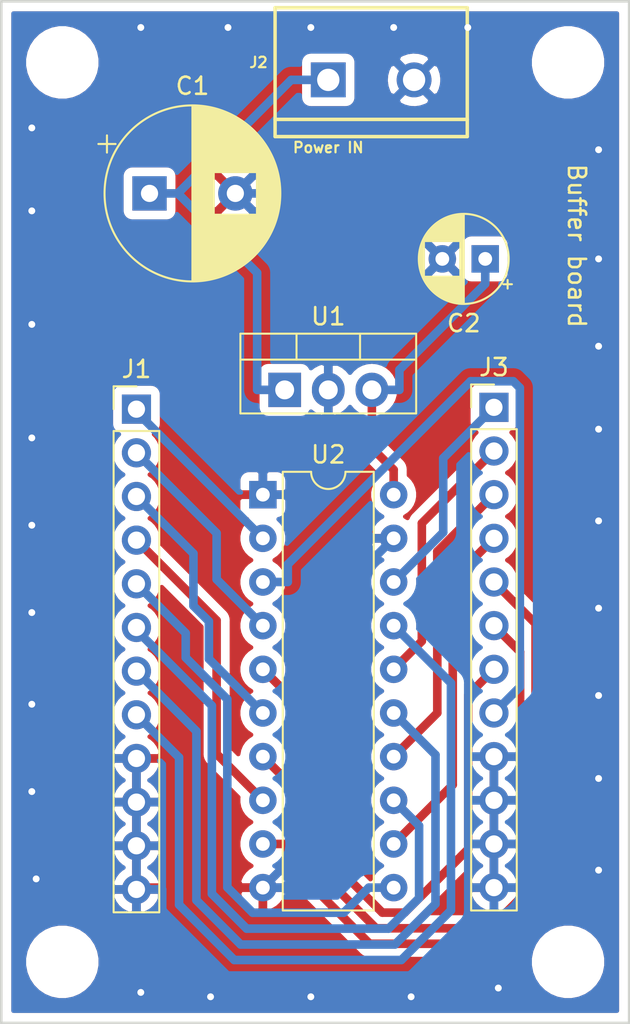
<source format=kicad_pcb>
(kicad_pcb (version 20171130) (host pcbnew 5.1.10-1.fc34)

  (general
    (thickness 1.6)
    (drawings 5)
    (tracks 157)
    (zones 0)
    (modules 11)
    (nets 20)
  )

  (page A4)
  (layers
    (0 F.Cu signal)
    (31 B.Cu signal)
    (32 B.Adhes user)
    (33 F.Adhes user)
    (34 B.Paste user)
    (35 F.Paste user)
    (36 B.SilkS user)
    (37 F.SilkS user)
    (38 B.Mask user)
    (39 F.Mask user)
    (40 Dwgs.User user)
    (41 Cmts.User user)
    (42 Eco1.User user)
    (43 Eco2.User user)
    (44 Edge.Cuts user)
    (45 Margin user)
    (46 B.CrtYd user)
    (47 F.CrtYd user)
    (48 B.Fab user)
    (49 F.Fab user)
  )

  (setup
    (last_trace_width 0.25)
    (trace_clearance 0.2)
    (zone_clearance 0.508)
    (zone_45_only no)
    (trace_min 0.2)
    (via_size 0.8)
    (via_drill 0.4)
    (via_min_size 0.4)
    (via_min_drill 0.3)
    (uvia_size 0.3)
    (uvia_drill 0.1)
    (uvias_allowed no)
    (uvia_min_size 0.2)
    (uvia_min_drill 0.1)
    (edge_width 0.05)
    (segment_width 0.2)
    (pcb_text_width 0.3)
    (pcb_text_size 1.5 1.5)
    (mod_edge_width 0.12)
    (mod_text_size 1 1)
    (mod_text_width 0.15)
    (pad_size 1.524 1.524)
    (pad_drill 0.762)
    (pad_to_mask_clearance 0)
    (aux_axis_origin 0 0)
    (visible_elements FFFFFF7F)
    (pcbplotparams
      (layerselection 0x010f0_ffffffff)
      (usegerberextensions true)
      (usegerberattributes false)
      (usegerberadvancedattributes false)
      (creategerberjobfile false)
      (excludeedgelayer true)
      (linewidth 0.100000)
      (plotframeref false)
      (viasonmask false)
      (mode 1)
      (useauxorigin false)
      (hpglpennumber 1)
      (hpglpenspeed 20)
      (hpglpendiameter 15.000000)
      (psnegative false)
      (psa4output false)
      (plotreference true)
      (plotvalue true)
      (plotinvisibletext false)
      (padsonsilk false)
      (subtractmaskfromsilk true)
      (outputformat 1)
      (mirror false)
      (drillshape 0)
      (scaleselection 1)
      (outputdirectory ""))
  )

  (net 0 "")
  (net 1 GND)
  (net 2 "Net-(C1-Pad1)")
  (net 3 +5V)
  (net 4 "Net-(J1-Pad8)")
  (net 5 "Net-(J1-Pad7)")
  (net 6 "Net-(J1-Pad6)")
  (net 7 "Net-(J1-Pad5)")
  (net 8 "Net-(J1-Pad4)")
  (net 9 "Net-(J1-Pad3)")
  (net 10 "Net-(J1-Pad2)")
  (net 11 "Net-(J1-Pad1)")
  (net 12 "Net-(J3-Pad8)")
  (net 13 "Net-(J3-Pad7)")
  (net 14 "Net-(J3-Pad6)")
  (net 15 "Net-(J3-Pad5)")
  (net 16 "Net-(J3-Pad4)")
  (net 17 "Net-(J3-Pad3)")
  (net 18 "Net-(J3-Pad2)")
  (net 19 "Net-(J3-Pad1)")

  (net_class Default "This is the default net class."
    (clearance 0.2)
    (trace_width 0.25)
    (via_dia 0.8)
    (via_drill 0.4)
    (uvia_dia 0.3)
    (uvia_drill 0.1)
  )

  (net_class Relaxed ""
    (clearance 0.4)
    (trace_width 0.5)
    (via_dia 0.8)
    (via_drill 0.4)
    (uvia_dia 0.3)
    (uvia_drill 0.1)
    (add_net +5V)
    (add_net GND)
    (add_net "Net-(C1-Pad1)")
    (add_net "Net-(J1-Pad1)")
    (add_net "Net-(J1-Pad2)")
    (add_net "Net-(J1-Pad3)")
    (add_net "Net-(J1-Pad4)")
    (add_net "Net-(J1-Pad5)")
    (add_net "Net-(J1-Pad6)")
    (add_net "Net-(J1-Pad7)")
    (add_net "Net-(J1-Pad8)")
    (add_net "Net-(J3-Pad1)")
    (add_net "Net-(J3-Pad2)")
    (add_net "Net-(J3-Pad3)")
    (add_net "Net-(J3-Pad4)")
    (add_net "Net-(J3-Pad5)")
    (add_net "Net-(J3-Pad6)")
    (add_net "Net-(J3-Pad7)")
    (add_net "Net-(J3-Pad8)")
  )

  (module MountingHole:MountingHole_3.2mm_M3 (layer F.Cu) (tedit 56D1B4CB) (tstamp 61186604)
    (at 160.274 132.08)
    (descr "Mounting Hole 3.2mm, no annular, M3")
    (tags "mounting hole 3.2mm no annular m3")
    (path /611D2DDF)
    (attr virtual)
    (fp_text reference H4 (at 0 -4.2) (layer F.SilkS) hide
      (effects (font (size 1 1) (thickness 0.15)))
    )
    (fp_text value MountingHole (at 0 4.2) (layer F.Fab) hide
      (effects (font (size 1 1) (thickness 0.15)))
    )
    (fp_circle (center 0 0) (end 3.2 0) (layer Cmts.User) (width 0.15))
    (fp_circle (center 0 0) (end 3.45 0) (layer F.CrtYd) (width 0.05))
    (fp_text user %R (at 0.3 0) (layer F.Fab) hide
      (effects (font (size 1 1) (thickness 0.15)))
    )
    (pad 1 np_thru_hole circle (at 0 0) (size 3.2 3.2) (drill 3.2) (layers *.Cu *.Mask))
  )

  (module MountingHole:MountingHole_3.2mm_M3 (layer F.Cu) (tedit 56D1B4CB) (tstamp 611865FC)
    (at 160.274 79.756)
    (descr "Mounting Hole 3.2mm, no annular, M3")
    (tags "mounting hole 3.2mm no annular m3")
    (path /611D25B3)
    (attr virtual)
    (fp_text reference H3 (at 0 -4.2) (layer F.SilkS) hide
      (effects (font (size 1 1) (thickness 0.15)))
    )
    (fp_text value MountingHole (at 0 4.2) (layer F.Fab) hide
      (effects (font (size 1 1) (thickness 0.15)))
    )
    (fp_circle (center 0 0) (end 3.2 0) (layer Cmts.User) (width 0.15))
    (fp_circle (center 0 0) (end 3.45 0) (layer F.CrtYd) (width 0.05))
    (fp_text user %R (at 0.3 0) (layer F.Fab) hide
      (effects (font (size 1 1) (thickness 0.15)))
    )
    (pad 1 np_thru_hole circle (at 0 0) (size 3.2 3.2) (drill 3.2) (layers *.Cu *.Mask))
  )

  (module MountingHole:MountingHole_3.2mm_M3 (layer F.Cu) (tedit 56D1B4CB) (tstamp 611876F7)
    (at 130.81 132.08)
    (descr "Mounting Hole 3.2mm, no annular, M3")
    (tags "mounting hole 3.2mm no annular m3")
    (path /611D2066)
    (attr virtual)
    (fp_text reference H2 (at 0 -4.2) (layer F.SilkS) hide
      (effects (font (size 1 1) (thickness 0.15)))
    )
    (fp_text value MountingHole (at 0 4.2) (layer F.Fab) hide
      (effects (font (size 1 1) (thickness 0.15)))
    )
    (fp_circle (center 0 0) (end 3.2 0) (layer Cmts.User) (width 0.15))
    (fp_circle (center 0 0) (end 3.45 0) (layer F.CrtYd) (width 0.05))
    (fp_text user %R (at 0.3 0) (layer F.Fab) hide
      (effects (font (size 1 1) (thickness 0.15)))
    )
    (pad 1 np_thru_hole circle (at 0 0) (size 3.2 3.2) (drill 3.2) (layers *.Cu *.Mask))
  )

  (module MountingHole:MountingHole_3.2mm_M3 (layer F.Cu) (tedit 56D1B4CB) (tstamp 611865EC)
    (at 130.81 79.756)
    (descr "Mounting Hole 3.2mm, no annular, M3")
    (tags "mounting hole 3.2mm no annular m3")
    (path /611D198A)
    (attr virtual)
    (fp_text reference H1 (at 4.064 -2.286) (layer F.SilkS) hide
      (effects (font (size 1 1) (thickness 0.15)))
    )
    (fp_text value MountingHole (at 0 4.2) (layer F.Fab) hide
      (effects (font (size 1 1) (thickness 0.15)))
    )
    (fp_circle (center 0 0) (end 3.2 0) (layer Cmts.User) (width 0.15))
    (fp_circle (center 0 0) (end 3.45 0) (layer F.CrtYd) (width 0.05))
    (fp_text user %R (at 0.3 0) (layer F.Fab) hide
      (effects (font (size 1 1) (thickness 0.15)))
    )
    (pad 1 np_thru_hole circle (at 0 0) (size 3.2 3.2) (drill 3.2) (layers *.Cu *.Mask))
  )

  (module Connectors:SCREWTERMINAL-5MM-2 (layer F.Cu) (tedit 200000) (tstamp 6118449A)
    (at 146.304 80.772)
    (descr "SCREW TERMINAL  5MM PITCH -2 PIN PTH")
    (tags "SCREW TERMINAL  5MM PITCH -2 PIN PTH")
    (path /61172ED6)
    (attr virtual)
    (fp_text reference J2 (at -4.064 -1.016) (layer F.SilkS)
      (effects (font (size 0.6096 0.6096) (thickness 0.127)))
    )
    (fp_text value "Power IN" (at 0 3.937) (layer F.SilkS)
      (effects (font (size 0.6096 0.6096) (thickness 0.127)))
    )
    (fp_line (start -3.0988 -4.19862) (end 8.09752 -4.19862) (layer F.SilkS) (width 0.2032))
    (fp_line (start 8.09752 -4.19862) (end 8.09752 2.2987) (layer F.SilkS) (width 0.2032))
    (fp_line (start 8.09752 2.2987) (end 8.09752 3.29946) (layer F.SilkS) (width 0.2032))
    (fp_line (start 8.09752 3.29946) (end -3.0988 3.29946) (layer F.SilkS) (width 0.2032))
    (fp_line (start -3.0988 3.29946) (end -3.0988 2.2987) (layer F.SilkS) (width 0.2032))
    (fp_line (start -3.0988 2.2987) (end -3.0988 -4.19862) (layer F.SilkS) (width 0.2032))
    (fp_line (start 8.09752 2.2987) (end -3.0988 2.2987) (layer F.SilkS) (width 0.2032))
    (fp_line (start -3.0988 1.34874) (end -3.69824 1.34874) (layer Dwgs.User) (width 0.2032))
    (fp_line (start -3.69824 1.34874) (end -3.69824 2.3495) (layer Dwgs.User) (width 0.2032))
    (fp_line (start -3.69824 2.3495) (end -3.0988 2.3495) (layer Dwgs.User) (width 0.2032))
    (fp_line (start 8.09752 -3.99796) (end 8.6995 -3.99796) (layer Dwgs.User) (width 0.2032))
    (fp_line (start 8.6995 -3.99796) (end 8.6995 -2.99974) (layer Dwgs.User) (width 0.2032))
    (fp_line (start 8.6995 -2.99974) (end 8.09752 -2.99974) (layer Dwgs.User) (width 0.2032))
    (fp_circle (center 2.49936 -3.69824) (end 2.49936 -3.98018) (layer Dwgs.User) (width 0.127))
    (pad 2 thru_hole circle (at 4.99872 0) (size 2.032 2.032) (drill 1.29794) (layers *.Cu *.Mask)
      (net 1 GND) (solder_mask_margin 0.1016))
    (pad 1 thru_hole rect (at 0 0) (size 2.032 2.032) (drill 1.29794) (layers *.Cu *.Mask)
      (net 2 "Net-(C1-Pad1)") (solder_mask_margin 0.1016))
  )

  (module Package_DIP:DIP-20_W7.62mm (layer F.Cu) (tedit 5A02E8C5) (tstamp 611844FC)
    (at 142.494 104.902)
    (descr "20-lead though-hole mounted DIP package, row spacing 7.62 mm (300 mils)")
    (tags "THT DIP DIL PDIP 2.54mm 7.62mm 300mil")
    (path /61141083)
    (fp_text reference U2 (at 3.81 -2.33) (layer F.SilkS)
      (effects (font (size 1 1) (thickness 0.15)))
    )
    (fp_text value 74LS244 (at 3.81 25.19) (layer F.Fab)
      (effects (font (size 1 1) (thickness 0.15)))
    )
    (fp_line (start 1.635 -1.27) (end 6.985 -1.27) (layer F.Fab) (width 0.1))
    (fp_line (start 6.985 -1.27) (end 6.985 24.13) (layer F.Fab) (width 0.1))
    (fp_line (start 6.985 24.13) (end 0.635 24.13) (layer F.Fab) (width 0.1))
    (fp_line (start 0.635 24.13) (end 0.635 -0.27) (layer F.Fab) (width 0.1))
    (fp_line (start 0.635 -0.27) (end 1.635 -1.27) (layer F.Fab) (width 0.1))
    (fp_line (start 2.81 -1.33) (end 1.16 -1.33) (layer F.SilkS) (width 0.12))
    (fp_line (start 1.16 -1.33) (end 1.16 24.19) (layer F.SilkS) (width 0.12))
    (fp_line (start 1.16 24.19) (end 6.46 24.19) (layer F.SilkS) (width 0.12))
    (fp_line (start 6.46 24.19) (end 6.46 -1.33) (layer F.SilkS) (width 0.12))
    (fp_line (start 6.46 -1.33) (end 4.81 -1.33) (layer F.SilkS) (width 0.12))
    (fp_line (start -1.1 -1.55) (end -1.1 24.4) (layer F.CrtYd) (width 0.05))
    (fp_line (start -1.1 24.4) (end 8.7 24.4) (layer F.CrtYd) (width 0.05))
    (fp_line (start 8.7 24.4) (end 8.7 -1.55) (layer F.CrtYd) (width 0.05))
    (fp_line (start 8.7 -1.55) (end -1.1 -1.55) (layer F.CrtYd) (width 0.05))
    (fp_text user %R (at 3.81 11.43) (layer F.Fab)
      (effects (font (size 1 1) (thickness 0.15)))
    )
    (fp_arc (start 3.81 -1.33) (end 2.81 -1.33) (angle -180) (layer F.SilkS) (width 0.12))
    (pad 20 thru_hole oval (at 7.62 0) (size 1.6 1.6) (drill 0.8) (layers *.Cu *.Mask)
      (net 3 +5V))
    (pad 10 thru_hole oval (at 0 22.86) (size 1.6 1.6) (drill 0.8) (layers *.Cu *.Mask)
      (net 1 GND))
    (pad 19 thru_hole oval (at 7.62 2.54) (size 1.6 1.6) (drill 0.8) (layers *.Cu *.Mask)
      (net 1 GND))
    (pad 9 thru_hole oval (at 0 20.32) (size 1.6 1.6) (drill 0.8) (layers *.Cu *.Mask)
      (net 15 "Net-(J3-Pad5)"))
    (pad 18 thru_hole oval (at 7.62 5.08) (size 1.6 1.6) (drill 0.8) (layers *.Cu *.Mask)
      (net 19 "Net-(J3-Pad1)"))
    (pad 8 thru_hole oval (at 0 17.78) (size 1.6 1.6) (drill 0.8) (layers *.Cu *.Mask)
      (net 8 "Net-(J1-Pad4)"))
    (pad 17 thru_hole oval (at 7.62 7.62) (size 1.6 1.6) (drill 0.8) (layers *.Cu *.Mask)
      (net 4 "Net-(J1-Pad8)"))
    (pad 7 thru_hole oval (at 0 15.24) (size 1.6 1.6) (drill 0.8) (layers *.Cu *.Mask)
      (net 14 "Net-(J3-Pad6)"))
    (pad 16 thru_hole oval (at 7.62 10.16) (size 1.6 1.6) (drill 0.8) (layers *.Cu *.Mask)
      (net 18 "Net-(J3-Pad2)"))
    (pad 6 thru_hole oval (at 0 12.7) (size 1.6 1.6) (drill 0.8) (layers *.Cu *.Mask)
      (net 9 "Net-(J1-Pad3)"))
    (pad 15 thru_hole oval (at 7.62 12.7) (size 1.6 1.6) (drill 0.8) (layers *.Cu *.Mask)
      (net 5 "Net-(J1-Pad7)"))
    (pad 5 thru_hole oval (at 0 10.16) (size 1.6 1.6) (drill 0.8) (layers *.Cu *.Mask)
      (net 13 "Net-(J3-Pad7)"))
    (pad 14 thru_hole oval (at 7.62 15.24) (size 1.6 1.6) (drill 0.8) (layers *.Cu *.Mask)
      (net 17 "Net-(J3-Pad3)"))
    (pad 4 thru_hole oval (at 0 7.62) (size 1.6 1.6) (drill 0.8) (layers *.Cu *.Mask)
      (net 10 "Net-(J1-Pad2)"))
    (pad 13 thru_hole oval (at 7.62 17.78) (size 1.6 1.6) (drill 0.8) (layers *.Cu *.Mask)
      (net 6 "Net-(J1-Pad6)"))
    (pad 3 thru_hole oval (at 0 5.08) (size 1.6 1.6) (drill 0.8) (layers *.Cu *.Mask)
      (net 12 "Net-(J3-Pad8)"))
    (pad 12 thru_hole oval (at 7.62 20.32) (size 1.6 1.6) (drill 0.8) (layers *.Cu *.Mask)
      (net 16 "Net-(J3-Pad4)"))
    (pad 2 thru_hole oval (at 0 2.54) (size 1.6 1.6) (drill 0.8) (layers *.Cu *.Mask)
      (net 11 "Net-(J1-Pad1)"))
    (pad 11 thru_hole oval (at 7.62 22.86) (size 1.6 1.6) (drill 0.8) (layers *.Cu *.Mask)
      (net 7 "Net-(J1-Pad5)"))
    (pad 1 thru_hole rect (at 0 0) (size 1.6 1.6) (drill 0.8) (layers *.Cu *.Mask)
      (net 1 GND))
    (model ${KISYS3DMOD}/Package_DIP.3dshapes/DIP-20_W7.62mm.wrl
      (at (xyz 0 0 0))
      (scale (xyz 1 1 1))
      (rotate (xyz 0 0 0))
    )
  )

  (module Package_TO_SOT_THT:TO-220-3_Vertical (layer F.Cu) (tedit 5AC8BA0D) (tstamp 611844D4)
    (at 143.764 98.806)
    (descr "TO-220-3, Vertical, RM 2.54mm, see https://www.vishay.com/docs/66542/to-220-1.pdf")
    (tags "TO-220-3 Vertical RM 2.54mm")
    (path /6114290D)
    (fp_text reference U1 (at 2.54 -4.27) (layer F.SilkS)
      (effects (font (size 1 1) (thickness 0.15)))
    )
    (fp_text value L7805 (at 2.54 2.5) (layer F.Fab)
      (effects (font (size 1 1) (thickness 0.15)))
    )
    (fp_line (start -2.46 -3.15) (end -2.46 1.25) (layer F.Fab) (width 0.1))
    (fp_line (start -2.46 1.25) (end 7.54 1.25) (layer F.Fab) (width 0.1))
    (fp_line (start 7.54 1.25) (end 7.54 -3.15) (layer F.Fab) (width 0.1))
    (fp_line (start 7.54 -3.15) (end -2.46 -3.15) (layer F.Fab) (width 0.1))
    (fp_line (start -2.46 -1.88) (end 7.54 -1.88) (layer F.Fab) (width 0.1))
    (fp_line (start 0.69 -3.15) (end 0.69 -1.88) (layer F.Fab) (width 0.1))
    (fp_line (start 4.39 -3.15) (end 4.39 -1.88) (layer F.Fab) (width 0.1))
    (fp_line (start -2.58 -3.27) (end 7.66 -3.27) (layer F.SilkS) (width 0.12))
    (fp_line (start -2.58 1.371) (end 7.66 1.371) (layer F.SilkS) (width 0.12))
    (fp_line (start -2.58 -3.27) (end -2.58 1.371) (layer F.SilkS) (width 0.12))
    (fp_line (start 7.66 -3.27) (end 7.66 1.371) (layer F.SilkS) (width 0.12))
    (fp_line (start -2.58 -1.76) (end 7.66 -1.76) (layer F.SilkS) (width 0.12))
    (fp_line (start 0.69 -3.27) (end 0.69 -1.76) (layer F.SilkS) (width 0.12))
    (fp_line (start 4.391 -3.27) (end 4.391 -1.76) (layer F.SilkS) (width 0.12))
    (fp_line (start -2.71 -3.4) (end -2.71 1.51) (layer F.CrtYd) (width 0.05))
    (fp_line (start -2.71 1.51) (end 7.79 1.51) (layer F.CrtYd) (width 0.05))
    (fp_line (start 7.79 1.51) (end 7.79 -3.4) (layer F.CrtYd) (width 0.05))
    (fp_line (start 7.79 -3.4) (end -2.71 -3.4) (layer F.CrtYd) (width 0.05))
    (fp_text user %R (at 2.54 -4.27) (layer F.Fab)
      (effects (font (size 1 1) (thickness 0.15)))
    )
    (pad 3 thru_hole oval (at 5.08 0) (size 1.905 2) (drill 1.1) (layers *.Cu *.Mask)
      (net 3 +5V))
    (pad 2 thru_hole oval (at 2.54 0) (size 1.905 2) (drill 1.1) (layers *.Cu *.Mask)
      (net 1 GND))
    (pad 1 thru_hole rect (at 0 0) (size 1.905 2) (drill 1.1) (layers *.Cu *.Mask)
      (net 2 "Net-(C1-Pad1)"))
    (model ${KISYS3DMOD}/Package_TO_SOT_THT.3dshapes/TO-220-3_Vertical.wrl
      (at (xyz 0 0 0))
      (scale (xyz 1 1 1))
      (rotate (xyz 0 0 0))
    )
  )

  (module Connector_PinHeader_2.54mm:PinHeader_1x12_P2.54mm_Vertical (layer F.Cu) (tedit 59FED5CC) (tstamp 6118539F)
    (at 155.956 99.822)
    (descr "Through hole straight pin header, 1x12, 2.54mm pitch, single row")
    (tags "Through hole pin header THT 1x12 2.54mm single row")
    (path /61172698)
    (fp_text reference J3 (at 0 -2.33) (layer F.SilkS)
      (effects (font (size 1 1) (thickness 0.15)))
    )
    (fp_text value Outputs (at 0 30.27) (layer F.Fab)
      (effects (font (size 1 1) (thickness 0.15)))
    )
    (fp_line (start -0.635 -1.27) (end 1.27 -1.27) (layer F.Fab) (width 0.1))
    (fp_line (start 1.27 -1.27) (end 1.27 29.21) (layer F.Fab) (width 0.1))
    (fp_line (start 1.27 29.21) (end -1.27 29.21) (layer F.Fab) (width 0.1))
    (fp_line (start -1.27 29.21) (end -1.27 -0.635) (layer F.Fab) (width 0.1))
    (fp_line (start -1.27 -0.635) (end -0.635 -1.27) (layer F.Fab) (width 0.1))
    (fp_line (start -1.33 29.27) (end 1.33 29.27) (layer F.SilkS) (width 0.12))
    (fp_line (start -1.33 1.27) (end -1.33 29.27) (layer F.SilkS) (width 0.12))
    (fp_line (start 1.33 1.27) (end 1.33 29.27) (layer F.SilkS) (width 0.12))
    (fp_line (start -1.33 1.27) (end 1.33 1.27) (layer F.SilkS) (width 0.12))
    (fp_line (start -1.33 0) (end -1.33 -1.33) (layer F.SilkS) (width 0.12))
    (fp_line (start -1.33 -1.33) (end 0 -1.33) (layer F.SilkS) (width 0.12))
    (fp_line (start -1.8 -1.8) (end -1.8 29.75) (layer F.CrtYd) (width 0.05))
    (fp_line (start -1.8 29.75) (end 1.8 29.75) (layer F.CrtYd) (width 0.05))
    (fp_line (start 1.8 29.75) (end 1.8 -1.8) (layer F.CrtYd) (width 0.05))
    (fp_line (start 1.8 -1.8) (end -1.8 -1.8) (layer F.CrtYd) (width 0.05))
    (fp_text user %R (at 0 13.97 90) (layer F.Fab)
      (effects (font (size 1 1) (thickness 0.15)))
    )
    (pad 12 thru_hole oval (at 0 27.94) (size 1.7 1.7) (drill 1) (layers *.Cu *.Mask)
      (net 1 GND))
    (pad 11 thru_hole oval (at 0 25.4) (size 1.7 1.7) (drill 1) (layers *.Cu *.Mask)
      (net 1 GND))
    (pad 10 thru_hole oval (at 0 22.86) (size 1.7 1.7) (drill 1) (layers *.Cu *.Mask)
      (net 1 GND))
    (pad 9 thru_hole oval (at 0 20.32) (size 1.7 1.7) (drill 1) (layers *.Cu *.Mask)
      (net 1 GND))
    (pad 8 thru_hole oval (at 0 17.78) (size 1.7 1.7) (drill 1) (layers *.Cu *.Mask)
      (net 12 "Net-(J3-Pad8)"))
    (pad 7 thru_hole oval (at 0 15.24) (size 1.7 1.7) (drill 1) (layers *.Cu *.Mask)
      (net 13 "Net-(J3-Pad7)"))
    (pad 6 thru_hole oval (at 0 12.7) (size 1.7 1.7) (drill 1) (layers *.Cu *.Mask)
      (net 14 "Net-(J3-Pad6)"))
    (pad 5 thru_hole oval (at 0 10.16) (size 1.7 1.7) (drill 1) (layers *.Cu *.Mask)
      (net 15 "Net-(J3-Pad5)"))
    (pad 4 thru_hole oval (at 0 7.62) (size 1.7 1.7) (drill 1) (layers *.Cu *.Mask)
      (net 16 "Net-(J3-Pad4)"))
    (pad 3 thru_hole oval (at 0 5.08) (size 1.7 1.7) (drill 1) (layers *.Cu *.Mask)
      (net 17 "Net-(J3-Pad3)"))
    (pad 2 thru_hole oval (at 0 2.54) (size 1.7 1.7) (drill 1) (layers *.Cu *.Mask)
      (net 18 "Net-(J3-Pad2)"))
    (pad 1 thru_hole rect (at 0 0) (size 1.7 1.7) (drill 1) (layers *.Cu *.Mask)
      (net 19 "Net-(J3-Pad1)"))
    (model ${KISYS3DMOD}/Connector_PinHeader_2.54mm.3dshapes/PinHeader_1x12_P2.54mm_Vertical.wrl
      (at (xyz 0 0 0))
      (scale (xyz 1 1 1))
      (rotate (xyz 0 0 0))
    )
  )

  (module Connector_PinHeader_2.54mm:PinHeader_1x12_P2.54mm_Vertical (layer F.Cu) (tedit 59FED5CC) (tstamp 6118448D)
    (at 135.128 99.928)
    (descr "Through hole straight pin header, 1x12, 2.54mm pitch, single row")
    (tags "Through hole pin header THT 1x12 2.54mm single row")
    (path /6116E8AE)
    (fp_text reference J1 (at 0 -2.33) (layer F.SilkS)
      (effects (font (size 1 1) (thickness 0.15)))
    )
    (fp_text value Inputs (at 0 30.27) (layer F.Fab)
      (effects (font (size 1 1) (thickness 0.15)))
    )
    (fp_line (start -0.635 -1.27) (end 1.27 -1.27) (layer F.Fab) (width 0.1))
    (fp_line (start 1.27 -1.27) (end 1.27 29.21) (layer F.Fab) (width 0.1))
    (fp_line (start 1.27 29.21) (end -1.27 29.21) (layer F.Fab) (width 0.1))
    (fp_line (start -1.27 29.21) (end -1.27 -0.635) (layer F.Fab) (width 0.1))
    (fp_line (start -1.27 -0.635) (end -0.635 -1.27) (layer F.Fab) (width 0.1))
    (fp_line (start -1.33 29.27) (end 1.33 29.27) (layer F.SilkS) (width 0.12))
    (fp_line (start -1.33 1.27) (end -1.33 29.27) (layer F.SilkS) (width 0.12))
    (fp_line (start 1.33 1.27) (end 1.33 29.27) (layer F.SilkS) (width 0.12))
    (fp_line (start -1.33 1.27) (end 1.33 1.27) (layer F.SilkS) (width 0.12))
    (fp_line (start -1.33 0) (end -1.33 -1.33) (layer F.SilkS) (width 0.12))
    (fp_line (start -1.33 -1.33) (end 0 -1.33) (layer F.SilkS) (width 0.12))
    (fp_line (start -1.8 -1.8) (end -1.8 29.75) (layer F.CrtYd) (width 0.05))
    (fp_line (start -1.8 29.75) (end 1.8 29.75) (layer F.CrtYd) (width 0.05))
    (fp_line (start 1.8 29.75) (end 1.8 -1.8) (layer F.CrtYd) (width 0.05))
    (fp_line (start 1.8 -1.8) (end -1.8 -1.8) (layer F.CrtYd) (width 0.05))
    (fp_text user %R (at 0 13.97 90) (layer F.Fab)
      (effects (font (size 1 1) (thickness 0.15)))
    )
    (pad 12 thru_hole oval (at 0 27.94) (size 1.7 1.7) (drill 1) (layers *.Cu *.Mask)
      (net 1 GND))
    (pad 11 thru_hole oval (at 0 25.4) (size 1.7 1.7) (drill 1) (layers *.Cu *.Mask)
      (net 1 GND))
    (pad 10 thru_hole oval (at 0 22.86) (size 1.7 1.7) (drill 1) (layers *.Cu *.Mask)
      (net 1 GND))
    (pad 9 thru_hole oval (at 0 20.32) (size 1.7 1.7) (drill 1) (layers *.Cu *.Mask)
      (net 1 GND))
    (pad 8 thru_hole oval (at 0 17.78) (size 1.7 1.7) (drill 1) (layers *.Cu *.Mask)
      (net 4 "Net-(J1-Pad8)"))
    (pad 7 thru_hole oval (at 0 15.24) (size 1.7 1.7) (drill 1) (layers *.Cu *.Mask)
      (net 5 "Net-(J1-Pad7)"))
    (pad 6 thru_hole oval (at 0 12.7) (size 1.7 1.7) (drill 1) (layers *.Cu *.Mask)
      (net 6 "Net-(J1-Pad6)"))
    (pad 5 thru_hole oval (at 0 10.16) (size 1.7 1.7) (drill 1) (layers *.Cu *.Mask)
      (net 7 "Net-(J1-Pad5)"))
    (pad 4 thru_hole oval (at 0 7.62) (size 1.7 1.7) (drill 1) (layers *.Cu *.Mask)
      (net 8 "Net-(J1-Pad4)"))
    (pad 3 thru_hole oval (at 0 5.08) (size 1.7 1.7) (drill 1) (layers *.Cu *.Mask)
      (net 9 "Net-(J1-Pad3)"))
    (pad 2 thru_hole oval (at 0 2.54) (size 1.7 1.7) (drill 1) (layers *.Cu *.Mask)
      (net 10 "Net-(J1-Pad2)"))
    (pad 1 thru_hole rect (at 0 0) (size 1.7 1.7) (drill 1) (layers *.Cu *.Mask)
      (net 11 "Net-(J1-Pad1)"))
    (model ${KISYS3DMOD}/Connector_PinHeader_2.54mm.3dshapes/PinHeader_1x12_P2.54mm_Vertical.wrl
      (at (xyz 0 0 0))
      (scale (xyz 1 1 1))
      (rotate (xyz 0 0 0))
    )
  )

  (module Capacitor_THT:CP_Radial_D5.0mm_P2.50mm (layer F.Cu) (tedit 5AE50EF0) (tstamp 61184C41)
    (at 155.448 91.186 180)
    (descr "CP, Radial series, Radial, pin pitch=2.50mm, , diameter=5mm, Electrolytic Capacitor")
    (tags "CP Radial series Radial pin pitch 2.50mm  diameter 5mm Electrolytic Capacitor")
    (path /6116DFE7)
    (fp_text reference C2 (at 1.25 -3.75) (layer F.SilkS)
      (effects (font (size 1 1) (thickness 0.15)))
    )
    (fp_text value 1u (at 1.25 3.75) (layer F.Fab)
      (effects (font (size 1 1) (thickness 0.15)))
    )
    (fp_circle (center 1.25 0) (end 3.75 0) (layer F.Fab) (width 0.1))
    (fp_circle (center 1.25 0) (end 3.87 0) (layer F.SilkS) (width 0.12))
    (fp_circle (center 1.25 0) (end 4 0) (layer F.CrtYd) (width 0.05))
    (fp_line (start -0.883605 -1.0875) (end -0.383605 -1.0875) (layer F.Fab) (width 0.1))
    (fp_line (start -0.633605 -1.3375) (end -0.633605 -0.8375) (layer F.Fab) (width 0.1))
    (fp_line (start 1.25 -2.58) (end 1.25 2.58) (layer F.SilkS) (width 0.12))
    (fp_line (start 1.29 -2.58) (end 1.29 2.58) (layer F.SilkS) (width 0.12))
    (fp_line (start 1.33 -2.579) (end 1.33 2.579) (layer F.SilkS) (width 0.12))
    (fp_line (start 1.37 -2.578) (end 1.37 2.578) (layer F.SilkS) (width 0.12))
    (fp_line (start 1.41 -2.576) (end 1.41 2.576) (layer F.SilkS) (width 0.12))
    (fp_line (start 1.45 -2.573) (end 1.45 2.573) (layer F.SilkS) (width 0.12))
    (fp_line (start 1.49 -2.569) (end 1.49 -1.04) (layer F.SilkS) (width 0.12))
    (fp_line (start 1.49 1.04) (end 1.49 2.569) (layer F.SilkS) (width 0.12))
    (fp_line (start 1.53 -2.565) (end 1.53 -1.04) (layer F.SilkS) (width 0.12))
    (fp_line (start 1.53 1.04) (end 1.53 2.565) (layer F.SilkS) (width 0.12))
    (fp_line (start 1.57 -2.561) (end 1.57 -1.04) (layer F.SilkS) (width 0.12))
    (fp_line (start 1.57 1.04) (end 1.57 2.561) (layer F.SilkS) (width 0.12))
    (fp_line (start 1.61 -2.556) (end 1.61 -1.04) (layer F.SilkS) (width 0.12))
    (fp_line (start 1.61 1.04) (end 1.61 2.556) (layer F.SilkS) (width 0.12))
    (fp_line (start 1.65 -2.55) (end 1.65 -1.04) (layer F.SilkS) (width 0.12))
    (fp_line (start 1.65 1.04) (end 1.65 2.55) (layer F.SilkS) (width 0.12))
    (fp_line (start 1.69 -2.543) (end 1.69 -1.04) (layer F.SilkS) (width 0.12))
    (fp_line (start 1.69 1.04) (end 1.69 2.543) (layer F.SilkS) (width 0.12))
    (fp_line (start 1.73 -2.536) (end 1.73 -1.04) (layer F.SilkS) (width 0.12))
    (fp_line (start 1.73 1.04) (end 1.73 2.536) (layer F.SilkS) (width 0.12))
    (fp_line (start 1.77 -2.528) (end 1.77 -1.04) (layer F.SilkS) (width 0.12))
    (fp_line (start 1.77 1.04) (end 1.77 2.528) (layer F.SilkS) (width 0.12))
    (fp_line (start 1.81 -2.52) (end 1.81 -1.04) (layer F.SilkS) (width 0.12))
    (fp_line (start 1.81 1.04) (end 1.81 2.52) (layer F.SilkS) (width 0.12))
    (fp_line (start 1.85 -2.511) (end 1.85 -1.04) (layer F.SilkS) (width 0.12))
    (fp_line (start 1.85 1.04) (end 1.85 2.511) (layer F.SilkS) (width 0.12))
    (fp_line (start 1.89 -2.501) (end 1.89 -1.04) (layer F.SilkS) (width 0.12))
    (fp_line (start 1.89 1.04) (end 1.89 2.501) (layer F.SilkS) (width 0.12))
    (fp_line (start 1.93 -2.491) (end 1.93 -1.04) (layer F.SilkS) (width 0.12))
    (fp_line (start 1.93 1.04) (end 1.93 2.491) (layer F.SilkS) (width 0.12))
    (fp_line (start 1.971 -2.48) (end 1.971 -1.04) (layer F.SilkS) (width 0.12))
    (fp_line (start 1.971 1.04) (end 1.971 2.48) (layer F.SilkS) (width 0.12))
    (fp_line (start 2.011 -2.468) (end 2.011 -1.04) (layer F.SilkS) (width 0.12))
    (fp_line (start 2.011 1.04) (end 2.011 2.468) (layer F.SilkS) (width 0.12))
    (fp_line (start 2.051 -2.455) (end 2.051 -1.04) (layer F.SilkS) (width 0.12))
    (fp_line (start 2.051 1.04) (end 2.051 2.455) (layer F.SilkS) (width 0.12))
    (fp_line (start 2.091 -2.442) (end 2.091 -1.04) (layer F.SilkS) (width 0.12))
    (fp_line (start 2.091 1.04) (end 2.091 2.442) (layer F.SilkS) (width 0.12))
    (fp_line (start 2.131 -2.428) (end 2.131 -1.04) (layer F.SilkS) (width 0.12))
    (fp_line (start 2.131 1.04) (end 2.131 2.428) (layer F.SilkS) (width 0.12))
    (fp_line (start 2.171 -2.414) (end 2.171 -1.04) (layer F.SilkS) (width 0.12))
    (fp_line (start 2.171 1.04) (end 2.171 2.414) (layer F.SilkS) (width 0.12))
    (fp_line (start 2.211 -2.398) (end 2.211 -1.04) (layer F.SilkS) (width 0.12))
    (fp_line (start 2.211 1.04) (end 2.211 2.398) (layer F.SilkS) (width 0.12))
    (fp_line (start 2.251 -2.382) (end 2.251 -1.04) (layer F.SilkS) (width 0.12))
    (fp_line (start 2.251 1.04) (end 2.251 2.382) (layer F.SilkS) (width 0.12))
    (fp_line (start 2.291 -2.365) (end 2.291 -1.04) (layer F.SilkS) (width 0.12))
    (fp_line (start 2.291 1.04) (end 2.291 2.365) (layer F.SilkS) (width 0.12))
    (fp_line (start 2.331 -2.348) (end 2.331 -1.04) (layer F.SilkS) (width 0.12))
    (fp_line (start 2.331 1.04) (end 2.331 2.348) (layer F.SilkS) (width 0.12))
    (fp_line (start 2.371 -2.329) (end 2.371 -1.04) (layer F.SilkS) (width 0.12))
    (fp_line (start 2.371 1.04) (end 2.371 2.329) (layer F.SilkS) (width 0.12))
    (fp_line (start 2.411 -2.31) (end 2.411 -1.04) (layer F.SilkS) (width 0.12))
    (fp_line (start 2.411 1.04) (end 2.411 2.31) (layer F.SilkS) (width 0.12))
    (fp_line (start 2.451 -2.29) (end 2.451 -1.04) (layer F.SilkS) (width 0.12))
    (fp_line (start 2.451 1.04) (end 2.451 2.29) (layer F.SilkS) (width 0.12))
    (fp_line (start 2.491 -2.268) (end 2.491 -1.04) (layer F.SilkS) (width 0.12))
    (fp_line (start 2.491 1.04) (end 2.491 2.268) (layer F.SilkS) (width 0.12))
    (fp_line (start 2.531 -2.247) (end 2.531 -1.04) (layer F.SilkS) (width 0.12))
    (fp_line (start 2.531 1.04) (end 2.531 2.247) (layer F.SilkS) (width 0.12))
    (fp_line (start 2.571 -2.224) (end 2.571 -1.04) (layer F.SilkS) (width 0.12))
    (fp_line (start 2.571 1.04) (end 2.571 2.224) (layer F.SilkS) (width 0.12))
    (fp_line (start 2.611 -2.2) (end 2.611 -1.04) (layer F.SilkS) (width 0.12))
    (fp_line (start 2.611 1.04) (end 2.611 2.2) (layer F.SilkS) (width 0.12))
    (fp_line (start 2.651 -2.175) (end 2.651 -1.04) (layer F.SilkS) (width 0.12))
    (fp_line (start 2.651 1.04) (end 2.651 2.175) (layer F.SilkS) (width 0.12))
    (fp_line (start 2.691 -2.149) (end 2.691 -1.04) (layer F.SilkS) (width 0.12))
    (fp_line (start 2.691 1.04) (end 2.691 2.149) (layer F.SilkS) (width 0.12))
    (fp_line (start 2.731 -2.122) (end 2.731 -1.04) (layer F.SilkS) (width 0.12))
    (fp_line (start 2.731 1.04) (end 2.731 2.122) (layer F.SilkS) (width 0.12))
    (fp_line (start 2.771 -2.095) (end 2.771 -1.04) (layer F.SilkS) (width 0.12))
    (fp_line (start 2.771 1.04) (end 2.771 2.095) (layer F.SilkS) (width 0.12))
    (fp_line (start 2.811 -2.065) (end 2.811 -1.04) (layer F.SilkS) (width 0.12))
    (fp_line (start 2.811 1.04) (end 2.811 2.065) (layer F.SilkS) (width 0.12))
    (fp_line (start 2.851 -2.035) (end 2.851 -1.04) (layer F.SilkS) (width 0.12))
    (fp_line (start 2.851 1.04) (end 2.851 2.035) (layer F.SilkS) (width 0.12))
    (fp_line (start 2.891 -2.004) (end 2.891 -1.04) (layer F.SilkS) (width 0.12))
    (fp_line (start 2.891 1.04) (end 2.891 2.004) (layer F.SilkS) (width 0.12))
    (fp_line (start 2.931 -1.971) (end 2.931 -1.04) (layer F.SilkS) (width 0.12))
    (fp_line (start 2.931 1.04) (end 2.931 1.971) (layer F.SilkS) (width 0.12))
    (fp_line (start 2.971 -1.937) (end 2.971 -1.04) (layer F.SilkS) (width 0.12))
    (fp_line (start 2.971 1.04) (end 2.971 1.937) (layer F.SilkS) (width 0.12))
    (fp_line (start 3.011 -1.901) (end 3.011 -1.04) (layer F.SilkS) (width 0.12))
    (fp_line (start 3.011 1.04) (end 3.011 1.901) (layer F.SilkS) (width 0.12))
    (fp_line (start 3.051 -1.864) (end 3.051 -1.04) (layer F.SilkS) (width 0.12))
    (fp_line (start 3.051 1.04) (end 3.051 1.864) (layer F.SilkS) (width 0.12))
    (fp_line (start 3.091 -1.826) (end 3.091 -1.04) (layer F.SilkS) (width 0.12))
    (fp_line (start 3.091 1.04) (end 3.091 1.826) (layer F.SilkS) (width 0.12))
    (fp_line (start 3.131 -1.785) (end 3.131 -1.04) (layer F.SilkS) (width 0.12))
    (fp_line (start 3.131 1.04) (end 3.131 1.785) (layer F.SilkS) (width 0.12))
    (fp_line (start 3.171 -1.743) (end 3.171 -1.04) (layer F.SilkS) (width 0.12))
    (fp_line (start 3.171 1.04) (end 3.171 1.743) (layer F.SilkS) (width 0.12))
    (fp_line (start 3.211 -1.699) (end 3.211 -1.04) (layer F.SilkS) (width 0.12))
    (fp_line (start 3.211 1.04) (end 3.211 1.699) (layer F.SilkS) (width 0.12))
    (fp_line (start 3.251 -1.653) (end 3.251 -1.04) (layer F.SilkS) (width 0.12))
    (fp_line (start 3.251 1.04) (end 3.251 1.653) (layer F.SilkS) (width 0.12))
    (fp_line (start 3.291 -1.605) (end 3.291 -1.04) (layer F.SilkS) (width 0.12))
    (fp_line (start 3.291 1.04) (end 3.291 1.605) (layer F.SilkS) (width 0.12))
    (fp_line (start 3.331 -1.554) (end 3.331 -1.04) (layer F.SilkS) (width 0.12))
    (fp_line (start 3.331 1.04) (end 3.331 1.554) (layer F.SilkS) (width 0.12))
    (fp_line (start 3.371 -1.5) (end 3.371 -1.04) (layer F.SilkS) (width 0.12))
    (fp_line (start 3.371 1.04) (end 3.371 1.5) (layer F.SilkS) (width 0.12))
    (fp_line (start 3.411 -1.443) (end 3.411 -1.04) (layer F.SilkS) (width 0.12))
    (fp_line (start 3.411 1.04) (end 3.411 1.443) (layer F.SilkS) (width 0.12))
    (fp_line (start 3.451 -1.383) (end 3.451 -1.04) (layer F.SilkS) (width 0.12))
    (fp_line (start 3.451 1.04) (end 3.451 1.383) (layer F.SilkS) (width 0.12))
    (fp_line (start 3.491 -1.319) (end 3.491 -1.04) (layer F.SilkS) (width 0.12))
    (fp_line (start 3.491 1.04) (end 3.491 1.319) (layer F.SilkS) (width 0.12))
    (fp_line (start 3.531 -1.251) (end 3.531 -1.04) (layer F.SilkS) (width 0.12))
    (fp_line (start 3.531 1.04) (end 3.531 1.251) (layer F.SilkS) (width 0.12))
    (fp_line (start 3.571 -1.178) (end 3.571 1.178) (layer F.SilkS) (width 0.12))
    (fp_line (start 3.611 -1.098) (end 3.611 1.098) (layer F.SilkS) (width 0.12))
    (fp_line (start 3.651 -1.011) (end 3.651 1.011) (layer F.SilkS) (width 0.12))
    (fp_line (start 3.691 -0.915) (end 3.691 0.915) (layer F.SilkS) (width 0.12))
    (fp_line (start 3.731 -0.805) (end 3.731 0.805) (layer F.SilkS) (width 0.12))
    (fp_line (start 3.771 -0.677) (end 3.771 0.677) (layer F.SilkS) (width 0.12))
    (fp_line (start 3.811 -0.518) (end 3.811 0.518) (layer F.SilkS) (width 0.12))
    (fp_line (start 3.851 -0.284) (end 3.851 0.284) (layer F.SilkS) (width 0.12))
    (fp_line (start -1.554775 -1.475) (end -1.054775 -1.475) (layer F.SilkS) (width 0.12))
    (fp_line (start -1.304775 -1.725) (end -1.304775 -1.225) (layer F.SilkS) (width 0.12))
    (fp_text user %R (at 1.25 0 270) (layer F.Fab)
      (effects (font (size 1 1) (thickness 0.15)))
    )
    (pad 2 thru_hole circle (at 2.5 0 180) (size 1.6 1.6) (drill 0.8) (layers *.Cu *.Mask)
      (net 1 GND))
    (pad 1 thru_hole rect (at 0 0 180) (size 1.6 1.6) (drill 0.8) (layers *.Cu *.Mask)
      (net 3 +5V))
    (model ${KISYS3DMOD}/Capacitor_THT.3dshapes/CP_Radial_D5.0mm_P2.50mm.wrl
      (at (xyz 0 0 0))
      (scale (xyz 1 1 1))
      (rotate (xyz 0 0 0))
    )
  )

  (module Capacitor_THT:CP_Radial_D10.0mm_P5.00mm (layer F.Cu) (tedit 5AE50EF1) (tstamp 611843E9)
    (at 135.89 87.376)
    (descr "CP, Radial series, Radial, pin pitch=5.00mm, , diameter=10mm, Electrolytic Capacitor")
    (tags "CP Radial series Radial pin pitch 5.00mm  diameter 10mm Electrolytic Capacitor")
    (path /6116D7BA)
    (fp_text reference C1 (at 2.5 -6.25) (layer F.SilkS)
      (effects (font (size 1 1) (thickness 0.15)))
    )
    (fp_text value 1000u (at 2.5 6.25) (layer F.Fab)
      (effects (font (size 1 1) (thickness 0.15)))
    )
    (fp_circle (center 2.5 0) (end 7.5 0) (layer F.Fab) (width 0.1))
    (fp_circle (center 2.5 0) (end 7.62 0) (layer F.SilkS) (width 0.12))
    (fp_circle (center 2.5 0) (end 7.75 0) (layer F.CrtYd) (width 0.05))
    (fp_line (start -1.788861 -2.1875) (end -0.788861 -2.1875) (layer F.Fab) (width 0.1))
    (fp_line (start -1.288861 -2.6875) (end -1.288861 -1.6875) (layer F.Fab) (width 0.1))
    (fp_line (start 2.5 -5.08) (end 2.5 5.08) (layer F.SilkS) (width 0.12))
    (fp_line (start 2.54 -5.08) (end 2.54 5.08) (layer F.SilkS) (width 0.12))
    (fp_line (start 2.58 -5.08) (end 2.58 5.08) (layer F.SilkS) (width 0.12))
    (fp_line (start 2.62 -5.079) (end 2.62 5.079) (layer F.SilkS) (width 0.12))
    (fp_line (start 2.66 -5.078) (end 2.66 5.078) (layer F.SilkS) (width 0.12))
    (fp_line (start 2.7 -5.077) (end 2.7 5.077) (layer F.SilkS) (width 0.12))
    (fp_line (start 2.74 -5.075) (end 2.74 5.075) (layer F.SilkS) (width 0.12))
    (fp_line (start 2.78 -5.073) (end 2.78 5.073) (layer F.SilkS) (width 0.12))
    (fp_line (start 2.82 -5.07) (end 2.82 5.07) (layer F.SilkS) (width 0.12))
    (fp_line (start 2.86 -5.068) (end 2.86 5.068) (layer F.SilkS) (width 0.12))
    (fp_line (start 2.9 -5.065) (end 2.9 5.065) (layer F.SilkS) (width 0.12))
    (fp_line (start 2.94 -5.062) (end 2.94 5.062) (layer F.SilkS) (width 0.12))
    (fp_line (start 2.98 -5.058) (end 2.98 5.058) (layer F.SilkS) (width 0.12))
    (fp_line (start 3.02 -5.054) (end 3.02 5.054) (layer F.SilkS) (width 0.12))
    (fp_line (start 3.06 -5.05) (end 3.06 5.05) (layer F.SilkS) (width 0.12))
    (fp_line (start 3.1 -5.045) (end 3.1 5.045) (layer F.SilkS) (width 0.12))
    (fp_line (start 3.14 -5.04) (end 3.14 5.04) (layer F.SilkS) (width 0.12))
    (fp_line (start 3.18 -5.035) (end 3.18 5.035) (layer F.SilkS) (width 0.12))
    (fp_line (start 3.221 -5.03) (end 3.221 5.03) (layer F.SilkS) (width 0.12))
    (fp_line (start 3.261 -5.024) (end 3.261 5.024) (layer F.SilkS) (width 0.12))
    (fp_line (start 3.301 -5.018) (end 3.301 5.018) (layer F.SilkS) (width 0.12))
    (fp_line (start 3.341 -5.011) (end 3.341 5.011) (layer F.SilkS) (width 0.12))
    (fp_line (start 3.381 -5.004) (end 3.381 5.004) (layer F.SilkS) (width 0.12))
    (fp_line (start 3.421 -4.997) (end 3.421 4.997) (layer F.SilkS) (width 0.12))
    (fp_line (start 3.461 -4.99) (end 3.461 4.99) (layer F.SilkS) (width 0.12))
    (fp_line (start 3.501 -4.982) (end 3.501 4.982) (layer F.SilkS) (width 0.12))
    (fp_line (start 3.541 -4.974) (end 3.541 4.974) (layer F.SilkS) (width 0.12))
    (fp_line (start 3.581 -4.965) (end 3.581 4.965) (layer F.SilkS) (width 0.12))
    (fp_line (start 3.621 -4.956) (end 3.621 4.956) (layer F.SilkS) (width 0.12))
    (fp_line (start 3.661 -4.947) (end 3.661 4.947) (layer F.SilkS) (width 0.12))
    (fp_line (start 3.701 -4.938) (end 3.701 4.938) (layer F.SilkS) (width 0.12))
    (fp_line (start 3.741 -4.928) (end 3.741 4.928) (layer F.SilkS) (width 0.12))
    (fp_line (start 3.781 -4.918) (end 3.781 -1.241) (layer F.SilkS) (width 0.12))
    (fp_line (start 3.781 1.241) (end 3.781 4.918) (layer F.SilkS) (width 0.12))
    (fp_line (start 3.821 -4.907) (end 3.821 -1.241) (layer F.SilkS) (width 0.12))
    (fp_line (start 3.821 1.241) (end 3.821 4.907) (layer F.SilkS) (width 0.12))
    (fp_line (start 3.861 -4.897) (end 3.861 -1.241) (layer F.SilkS) (width 0.12))
    (fp_line (start 3.861 1.241) (end 3.861 4.897) (layer F.SilkS) (width 0.12))
    (fp_line (start 3.901 -4.885) (end 3.901 -1.241) (layer F.SilkS) (width 0.12))
    (fp_line (start 3.901 1.241) (end 3.901 4.885) (layer F.SilkS) (width 0.12))
    (fp_line (start 3.941 -4.874) (end 3.941 -1.241) (layer F.SilkS) (width 0.12))
    (fp_line (start 3.941 1.241) (end 3.941 4.874) (layer F.SilkS) (width 0.12))
    (fp_line (start 3.981 -4.862) (end 3.981 -1.241) (layer F.SilkS) (width 0.12))
    (fp_line (start 3.981 1.241) (end 3.981 4.862) (layer F.SilkS) (width 0.12))
    (fp_line (start 4.021 -4.85) (end 4.021 -1.241) (layer F.SilkS) (width 0.12))
    (fp_line (start 4.021 1.241) (end 4.021 4.85) (layer F.SilkS) (width 0.12))
    (fp_line (start 4.061 -4.837) (end 4.061 -1.241) (layer F.SilkS) (width 0.12))
    (fp_line (start 4.061 1.241) (end 4.061 4.837) (layer F.SilkS) (width 0.12))
    (fp_line (start 4.101 -4.824) (end 4.101 -1.241) (layer F.SilkS) (width 0.12))
    (fp_line (start 4.101 1.241) (end 4.101 4.824) (layer F.SilkS) (width 0.12))
    (fp_line (start 4.141 -4.811) (end 4.141 -1.241) (layer F.SilkS) (width 0.12))
    (fp_line (start 4.141 1.241) (end 4.141 4.811) (layer F.SilkS) (width 0.12))
    (fp_line (start 4.181 -4.797) (end 4.181 -1.241) (layer F.SilkS) (width 0.12))
    (fp_line (start 4.181 1.241) (end 4.181 4.797) (layer F.SilkS) (width 0.12))
    (fp_line (start 4.221 -4.783) (end 4.221 -1.241) (layer F.SilkS) (width 0.12))
    (fp_line (start 4.221 1.241) (end 4.221 4.783) (layer F.SilkS) (width 0.12))
    (fp_line (start 4.261 -4.768) (end 4.261 -1.241) (layer F.SilkS) (width 0.12))
    (fp_line (start 4.261 1.241) (end 4.261 4.768) (layer F.SilkS) (width 0.12))
    (fp_line (start 4.301 -4.754) (end 4.301 -1.241) (layer F.SilkS) (width 0.12))
    (fp_line (start 4.301 1.241) (end 4.301 4.754) (layer F.SilkS) (width 0.12))
    (fp_line (start 4.341 -4.738) (end 4.341 -1.241) (layer F.SilkS) (width 0.12))
    (fp_line (start 4.341 1.241) (end 4.341 4.738) (layer F.SilkS) (width 0.12))
    (fp_line (start 4.381 -4.723) (end 4.381 -1.241) (layer F.SilkS) (width 0.12))
    (fp_line (start 4.381 1.241) (end 4.381 4.723) (layer F.SilkS) (width 0.12))
    (fp_line (start 4.421 -4.707) (end 4.421 -1.241) (layer F.SilkS) (width 0.12))
    (fp_line (start 4.421 1.241) (end 4.421 4.707) (layer F.SilkS) (width 0.12))
    (fp_line (start 4.461 -4.69) (end 4.461 -1.241) (layer F.SilkS) (width 0.12))
    (fp_line (start 4.461 1.241) (end 4.461 4.69) (layer F.SilkS) (width 0.12))
    (fp_line (start 4.501 -4.674) (end 4.501 -1.241) (layer F.SilkS) (width 0.12))
    (fp_line (start 4.501 1.241) (end 4.501 4.674) (layer F.SilkS) (width 0.12))
    (fp_line (start 4.541 -4.657) (end 4.541 -1.241) (layer F.SilkS) (width 0.12))
    (fp_line (start 4.541 1.241) (end 4.541 4.657) (layer F.SilkS) (width 0.12))
    (fp_line (start 4.581 -4.639) (end 4.581 -1.241) (layer F.SilkS) (width 0.12))
    (fp_line (start 4.581 1.241) (end 4.581 4.639) (layer F.SilkS) (width 0.12))
    (fp_line (start 4.621 -4.621) (end 4.621 -1.241) (layer F.SilkS) (width 0.12))
    (fp_line (start 4.621 1.241) (end 4.621 4.621) (layer F.SilkS) (width 0.12))
    (fp_line (start 4.661 -4.603) (end 4.661 -1.241) (layer F.SilkS) (width 0.12))
    (fp_line (start 4.661 1.241) (end 4.661 4.603) (layer F.SilkS) (width 0.12))
    (fp_line (start 4.701 -4.584) (end 4.701 -1.241) (layer F.SilkS) (width 0.12))
    (fp_line (start 4.701 1.241) (end 4.701 4.584) (layer F.SilkS) (width 0.12))
    (fp_line (start 4.741 -4.564) (end 4.741 -1.241) (layer F.SilkS) (width 0.12))
    (fp_line (start 4.741 1.241) (end 4.741 4.564) (layer F.SilkS) (width 0.12))
    (fp_line (start 4.781 -4.545) (end 4.781 -1.241) (layer F.SilkS) (width 0.12))
    (fp_line (start 4.781 1.241) (end 4.781 4.545) (layer F.SilkS) (width 0.12))
    (fp_line (start 4.821 -4.525) (end 4.821 -1.241) (layer F.SilkS) (width 0.12))
    (fp_line (start 4.821 1.241) (end 4.821 4.525) (layer F.SilkS) (width 0.12))
    (fp_line (start 4.861 -4.504) (end 4.861 -1.241) (layer F.SilkS) (width 0.12))
    (fp_line (start 4.861 1.241) (end 4.861 4.504) (layer F.SilkS) (width 0.12))
    (fp_line (start 4.901 -4.483) (end 4.901 -1.241) (layer F.SilkS) (width 0.12))
    (fp_line (start 4.901 1.241) (end 4.901 4.483) (layer F.SilkS) (width 0.12))
    (fp_line (start 4.941 -4.462) (end 4.941 -1.241) (layer F.SilkS) (width 0.12))
    (fp_line (start 4.941 1.241) (end 4.941 4.462) (layer F.SilkS) (width 0.12))
    (fp_line (start 4.981 -4.44) (end 4.981 -1.241) (layer F.SilkS) (width 0.12))
    (fp_line (start 4.981 1.241) (end 4.981 4.44) (layer F.SilkS) (width 0.12))
    (fp_line (start 5.021 -4.417) (end 5.021 -1.241) (layer F.SilkS) (width 0.12))
    (fp_line (start 5.021 1.241) (end 5.021 4.417) (layer F.SilkS) (width 0.12))
    (fp_line (start 5.061 -4.395) (end 5.061 -1.241) (layer F.SilkS) (width 0.12))
    (fp_line (start 5.061 1.241) (end 5.061 4.395) (layer F.SilkS) (width 0.12))
    (fp_line (start 5.101 -4.371) (end 5.101 -1.241) (layer F.SilkS) (width 0.12))
    (fp_line (start 5.101 1.241) (end 5.101 4.371) (layer F.SilkS) (width 0.12))
    (fp_line (start 5.141 -4.347) (end 5.141 -1.241) (layer F.SilkS) (width 0.12))
    (fp_line (start 5.141 1.241) (end 5.141 4.347) (layer F.SilkS) (width 0.12))
    (fp_line (start 5.181 -4.323) (end 5.181 -1.241) (layer F.SilkS) (width 0.12))
    (fp_line (start 5.181 1.241) (end 5.181 4.323) (layer F.SilkS) (width 0.12))
    (fp_line (start 5.221 -4.298) (end 5.221 -1.241) (layer F.SilkS) (width 0.12))
    (fp_line (start 5.221 1.241) (end 5.221 4.298) (layer F.SilkS) (width 0.12))
    (fp_line (start 5.261 -4.273) (end 5.261 -1.241) (layer F.SilkS) (width 0.12))
    (fp_line (start 5.261 1.241) (end 5.261 4.273) (layer F.SilkS) (width 0.12))
    (fp_line (start 5.301 -4.247) (end 5.301 -1.241) (layer F.SilkS) (width 0.12))
    (fp_line (start 5.301 1.241) (end 5.301 4.247) (layer F.SilkS) (width 0.12))
    (fp_line (start 5.341 -4.221) (end 5.341 -1.241) (layer F.SilkS) (width 0.12))
    (fp_line (start 5.341 1.241) (end 5.341 4.221) (layer F.SilkS) (width 0.12))
    (fp_line (start 5.381 -4.194) (end 5.381 -1.241) (layer F.SilkS) (width 0.12))
    (fp_line (start 5.381 1.241) (end 5.381 4.194) (layer F.SilkS) (width 0.12))
    (fp_line (start 5.421 -4.166) (end 5.421 -1.241) (layer F.SilkS) (width 0.12))
    (fp_line (start 5.421 1.241) (end 5.421 4.166) (layer F.SilkS) (width 0.12))
    (fp_line (start 5.461 -4.138) (end 5.461 -1.241) (layer F.SilkS) (width 0.12))
    (fp_line (start 5.461 1.241) (end 5.461 4.138) (layer F.SilkS) (width 0.12))
    (fp_line (start 5.501 -4.11) (end 5.501 -1.241) (layer F.SilkS) (width 0.12))
    (fp_line (start 5.501 1.241) (end 5.501 4.11) (layer F.SilkS) (width 0.12))
    (fp_line (start 5.541 -4.08) (end 5.541 -1.241) (layer F.SilkS) (width 0.12))
    (fp_line (start 5.541 1.241) (end 5.541 4.08) (layer F.SilkS) (width 0.12))
    (fp_line (start 5.581 -4.05) (end 5.581 -1.241) (layer F.SilkS) (width 0.12))
    (fp_line (start 5.581 1.241) (end 5.581 4.05) (layer F.SilkS) (width 0.12))
    (fp_line (start 5.621 -4.02) (end 5.621 -1.241) (layer F.SilkS) (width 0.12))
    (fp_line (start 5.621 1.241) (end 5.621 4.02) (layer F.SilkS) (width 0.12))
    (fp_line (start 5.661 -3.989) (end 5.661 -1.241) (layer F.SilkS) (width 0.12))
    (fp_line (start 5.661 1.241) (end 5.661 3.989) (layer F.SilkS) (width 0.12))
    (fp_line (start 5.701 -3.957) (end 5.701 -1.241) (layer F.SilkS) (width 0.12))
    (fp_line (start 5.701 1.241) (end 5.701 3.957) (layer F.SilkS) (width 0.12))
    (fp_line (start 5.741 -3.925) (end 5.741 -1.241) (layer F.SilkS) (width 0.12))
    (fp_line (start 5.741 1.241) (end 5.741 3.925) (layer F.SilkS) (width 0.12))
    (fp_line (start 5.781 -3.892) (end 5.781 -1.241) (layer F.SilkS) (width 0.12))
    (fp_line (start 5.781 1.241) (end 5.781 3.892) (layer F.SilkS) (width 0.12))
    (fp_line (start 5.821 -3.858) (end 5.821 -1.241) (layer F.SilkS) (width 0.12))
    (fp_line (start 5.821 1.241) (end 5.821 3.858) (layer F.SilkS) (width 0.12))
    (fp_line (start 5.861 -3.824) (end 5.861 -1.241) (layer F.SilkS) (width 0.12))
    (fp_line (start 5.861 1.241) (end 5.861 3.824) (layer F.SilkS) (width 0.12))
    (fp_line (start 5.901 -3.789) (end 5.901 -1.241) (layer F.SilkS) (width 0.12))
    (fp_line (start 5.901 1.241) (end 5.901 3.789) (layer F.SilkS) (width 0.12))
    (fp_line (start 5.941 -3.753) (end 5.941 -1.241) (layer F.SilkS) (width 0.12))
    (fp_line (start 5.941 1.241) (end 5.941 3.753) (layer F.SilkS) (width 0.12))
    (fp_line (start 5.981 -3.716) (end 5.981 -1.241) (layer F.SilkS) (width 0.12))
    (fp_line (start 5.981 1.241) (end 5.981 3.716) (layer F.SilkS) (width 0.12))
    (fp_line (start 6.021 -3.679) (end 6.021 -1.241) (layer F.SilkS) (width 0.12))
    (fp_line (start 6.021 1.241) (end 6.021 3.679) (layer F.SilkS) (width 0.12))
    (fp_line (start 6.061 -3.64) (end 6.061 -1.241) (layer F.SilkS) (width 0.12))
    (fp_line (start 6.061 1.241) (end 6.061 3.64) (layer F.SilkS) (width 0.12))
    (fp_line (start 6.101 -3.601) (end 6.101 -1.241) (layer F.SilkS) (width 0.12))
    (fp_line (start 6.101 1.241) (end 6.101 3.601) (layer F.SilkS) (width 0.12))
    (fp_line (start 6.141 -3.561) (end 6.141 -1.241) (layer F.SilkS) (width 0.12))
    (fp_line (start 6.141 1.241) (end 6.141 3.561) (layer F.SilkS) (width 0.12))
    (fp_line (start 6.181 -3.52) (end 6.181 -1.241) (layer F.SilkS) (width 0.12))
    (fp_line (start 6.181 1.241) (end 6.181 3.52) (layer F.SilkS) (width 0.12))
    (fp_line (start 6.221 -3.478) (end 6.221 -1.241) (layer F.SilkS) (width 0.12))
    (fp_line (start 6.221 1.241) (end 6.221 3.478) (layer F.SilkS) (width 0.12))
    (fp_line (start 6.261 -3.436) (end 6.261 3.436) (layer F.SilkS) (width 0.12))
    (fp_line (start 6.301 -3.392) (end 6.301 3.392) (layer F.SilkS) (width 0.12))
    (fp_line (start 6.341 -3.347) (end 6.341 3.347) (layer F.SilkS) (width 0.12))
    (fp_line (start 6.381 -3.301) (end 6.381 3.301) (layer F.SilkS) (width 0.12))
    (fp_line (start 6.421 -3.254) (end 6.421 3.254) (layer F.SilkS) (width 0.12))
    (fp_line (start 6.461 -3.206) (end 6.461 3.206) (layer F.SilkS) (width 0.12))
    (fp_line (start 6.501 -3.156) (end 6.501 3.156) (layer F.SilkS) (width 0.12))
    (fp_line (start 6.541 -3.106) (end 6.541 3.106) (layer F.SilkS) (width 0.12))
    (fp_line (start 6.581 -3.054) (end 6.581 3.054) (layer F.SilkS) (width 0.12))
    (fp_line (start 6.621 -3) (end 6.621 3) (layer F.SilkS) (width 0.12))
    (fp_line (start 6.661 -2.945) (end 6.661 2.945) (layer F.SilkS) (width 0.12))
    (fp_line (start 6.701 -2.889) (end 6.701 2.889) (layer F.SilkS) (width 0.12))
    (fp_line (start 6.741 -2.83) (end 6.741 2.83) (layer F.SilkS) (width 0.12))
    (fp_line (start 6.781 -2.77) (end 6.781 2.77) (layer F.SilkS) (width 0.12))
    (fp_line (start 6.821 -2.709) (end 6.821 2.709) (layer F.SilkS) (width 0.12))
    (fp_line (start 6.861 -2.645) (end 6.861 2.645) (layer F.SilkS) (width 0.12))
    (fp_line (start 6.901 -2.579) (end 6.901 2.579) (layer F.SilkS) (width 0.12))
    (fp_line (start 6.941 -2.51) (end 6.941 2.51) (layer F.SilkS) (width 0.12))
    (fp_line (start 6.981 -2.439) (end 6.981 2.439) (layer F.SilkS) (width 0.12))
    (fp_line (start 7.021 -2.365) (end 7.021 2.365) (layer F.SilkS) (width 0.12))
    (fp_line (start 7.061 -2.289) (end 7.061 2.289) (layer F.SilkS) (width 0.12))
    (fp_line (start 7.101 -2.209) (end 7.101 2.209) (layer F.SilkS) (width 0.12))
    (fp_line (start 7.141 -2.125) (end 7.141 2.125) (layer F.SilkS) (width 0.12))
    (fp_line (start 7.181 -2.037) (end 7.181 2.037) (layer F.SilkS) (width 0.12))
    (fp_line (start 7.221 -1.944) (end 7.221 1.944) (layer F.SilkS) (width 0.12))
    (fp_line (start 7.261 -1.846) (end 7.261 1.846) (layer F.SilkS) (width 0.12))
    (fp_line (start 7.301 -1.742) (end 7.301 1.742) (layer F.SilkS) (width 0.12))
    (fp_line (start 7.341 -1.63) (end 7.341 1.63) (layer F.SilkS) (width 0.12))
    (fp_line (start 7.381 -1.51) (end 7.381 1.51) (layer F.SilkS) (width 0.12))
    (fp_line (start 7.421 -1.378) (end 7.421 1.378) (layer F.SilkS) (width 0.12))
    (fp_line (start 7.461 -1.23) (end 7.461 1.23) (layer F.SilkS) (width 0.12))
    (fp_line (start 7.501 -1.062) (end 7.501 1.062) (layer F.SilkS) (width 0.12))
    (fp_line (start 7.541 -0.862) (end 7.541 0.862) (layer F.SilkS) (width 0.12))
    (fp_line (start 7.581 -0.599) (end 7.581 0.599) (layer F.SilkS) (width 0.12))
    (fp_line (start -2.979646 -2.875) (end -1.979646 -2.875) (layer F.SilkS) (width 0.12))
    (fp_line (start -2.479646 -3.375) (end -2.479646 -2.375) (layer F.SilkS) (width 0.12))
    (fp_text user %R (at 2.5 0) (layer F.Fab)
      (effects (font (size 1 1) (thickness 0.15)))
    )
    (pad 2 thru_hole circle (at 5 0) (size 2 2) (drill 1) (layers *.Cu *.Mask)
      (net 1 GND))
    (pad 1 thru_hole rect (at 0 0) (size 2 2) (drill 1) (layers *.Cu *.Mask)
      (net 2 "Net-(C1-Pad1)"))
    (model ${KISYS3DMOD}/Capacitor_THT.3dshapes/CP_Radial_D10.0mm_P5.00mm.wrl
      (at (xyz 0 0 0))
      (scale (xyz 1 1 1))
      (rotate (xyz 0 0 0))
    )
  )

  (gr_text "Buffer board" (at 160.782 90.424 270) (layer F.SilkS)
    (effects (font (size 1 1) (thickness 0.15)))
  )
  (gr_line (start 127.254 135.636) (end 127.254 76.2) (layer Edge.Cuts) (width 0.15))
  (gr_line (start 163.83 135.636) (end 127.254 135.636) (layer Edge.Cuts) (width 0.15))
  (gr_line (start 163.83 76.2) (end 163.83 135.636) (layer Edge.Cuts) (width 0.15))
  (gr_line (start 127.254 76.2) (end 163.83 76.2) (layer Edge.Cuts) (width 0.15))

  (segment (start 155.956 127.762) (end 155.956 129.2623) (width 0.5) (layer B.Cu) (net 1))
  (segment (start 135.128 127.868) (end 136.6283 127.868) (width 0.5) (layer B.Cu) (net 1))
  (segment (start 136.6283 127.868) (end 136.6283 129.087) (width 0.5) (layer B.Cu) (net 1))
  (segment (start 136.6283 129.087) (end 140.4165 132.8752) (width 0.5) (layer B.Cu) (net 1))
  (segment (start 140.4165 132.8752) (end 152.3431 132.8752) (width 0.5) (layer B.Cu) (net 1))
  (segment (start 152.3431 132.8752) (end 155.956 129.2623) (width 0.5) (layer B.Cu) (net 1))
  (segment (start 146.304 104.6769) (end 144.1694 104.6769) (width 0.5) (layer F.Cu) (net 1))
  (segment (start 144.1694 104.6769) (end 143.9443 104.902) (width 0.5) (layer F.Cu) (net 1))
  (segment (start 148.6637 107.442) (end 148.6637 107.0366) (width 0.5) (layer F.Cu) (net 1))
  (segment (start 148.6637 107.0366) (end 146.304 104.6769) (width 0.5) (layer F.Cu) (net 1))
  (segment (start 146.304 104.6769) (end 146.304 98.806) (width 0.5) (layer F.Cu) (net 1))
  (segment (start 142.494 104.902) (end 143.9443 104.902) (width 0.5) (layer F.Cu) (net 1))
  (segment (start 150.114 107.442) (end 148.6637 107.442) (width 0.5) (layer F.Cu) (net 1))
  (segment (start 142.494 127.762) (end 144.1033 126.1527) (width 0.5) (layer B.Cu) (net 1))
  (segment (start 144.1033 126.1527) (end 144.1033 113.4527) (width 0.5) (layer B.Cu) (net 1))
  (segment (start 144.1033 113.4527) (end 150.114 107.442) (width 0.5) (layer B.Cu) (net 1))
  (segment (start 146.304 98.806) (end 146.304 97.1557) (width 0.5) (layer B.Cu) (net 1))
  (segment (start 146.304 97.1557) (end 146.9783 97.1557) (width 0.5) (layer B.Cu) (net 1))
  (segment (start 146.9783 97.1557) (end 152.948 91.186) (width 0.5) (layer B.Cu) (net 1))
  (segment (start 135.128 127.762) (end 135.128 127.868) (width 0.5) (layer F.Cu) (net 1))
  (segment (start 135.128 125.328) (end 135.128 127.762) (width 0.5) (layer F.Cu) (net 1))
  (segment (start 135.128 127.762) (end 141.0437 127.762) (width 0.5) (layer F.Cu) (net 1))
  (segment (start 142.494 127.762) (end 141.0437 127.762) (width 0.5) (layer F.Cu) (net 1))
  (segment (start 155.956 125.222) (end 155.956 127.762) (width 0.5) (layer F.Cu) (net 1))
  (segment (start 155.956 122.682) (end 155.956 125.222) (width 0.5) (layer F.Cu) (net 1))
  (segment (start 155.956 120.142) (end 155.956 122.682) (width 0.5) (layer F.Cu) (net 1))
  (segment (start 135.128 122.788) (end 135.128 125.328) (width 0.5) (layer F.Cu) (net 1))
  (segment (start 135.128 120.248) (end 135.128 122.788) (width 0.5) (layer F.Cu) (net 1))
  (segment (start 149.138 87.376) (end 152.948 91.186) (width 0.5) (layer B.Cu) (net 1))
  (segment (start 140.89 87.376) (end 149.138 87.376) (width 0.5) (layer B.Cu) (net 1))
  (segment (start 149.138 87.376) (end 149.138 82.9367) (width 0.5) (layer B.Cu) (net 1))
  (segment (start 149.138 82.9367) (end 151.3027 80.772) (width 0.5) (layer B.Cu) (net 1))
  (via (at 162.052 84.836) (size 0.8) (drill 0.4) (layers F.Cu B.Cu) (net 1))
  (via (at 162.052 91.186) (size 0.8) (drill 0.4) (layers F.Cu B.Cu) (net 1))
  (via (at 162.052 96.266) (size 0.8) (drill 0.4) (layers F.Cu B.Cu) (net 1))
  (via (at 162.052 101.092) (size 0.8) (drill 0.4) (layers F.Cu B.Cu) (net 1))
  (via (at 162.052 106.426) (size 0.8) (drill 0.4) (layers F.Cu B.Cu) (net 1))
  (via (at 162.052 111.506) (size 0.8) (drill 0.4) (layers F.Cu B.Cu) (net 1))
  (via (at 162.052 116.586) (size 0.8) (drill 0.4) (layers F.Cu B.Cu) (net 1))
  (via (at 162.052 121.412) (size 0.8) (drill 0.4) (layers F.Cu B.Cu) (net 1))
  (via (at 162.052 126.746) (size 0.8) (drill 0.4) (layers F.Cu B.Cu) (net 1))
  (via (at 156.21 133.604) (size 0.8) (drill 0.4) (layers F.Cu B.Cu) (net 1))
  (via (at 151.13 134.112) (size 0.8) (drill 0.4) (layers F.Cu B.Cu) (net 1))
  (via (at 145.288 134.112) (size 0.8) (drill 0.4) (layers F.Cu B.Cu) (net 1))
  (via (at 139.446 134.112) (size 0.8) (drill 0.4) (layers F.Cu B.Cu) (net 1))
  (via (at 135.382 133.858) (size 0.8) (drill 0.4) (layers F.Cu B.Cu) (net 1))
  (via (at 129.286 127.254) (size 0.8) (drill 0.4) (layers F.Cu B.Cu) (net 1))
  (via (at 129.032 122.174) (size 0.8) (drill 0.4) (layers F.Cu B.Cu) (net 1))
  (via (at 129.032 117.094) (size 0.8) (drill 0.4) (layers F.Cu B.Cu) (net 1))
  (via (at 129.032 111.76) (size 0.8) (drill 0.4) (layers F.Cu B.Cu) (net 1))
  (via (at 129.032 106.68) (size 0.8) (drill 0.4) (layers F.Cu B.Cu) (net 1))
  (via (at 129.032 101.6) (size 0.8) (drill 0.4) (layers F.Cu B.Cu) (net 1))
  (via (at 129.032 94.996) (size 0.8) (drill 0.4) (layers F.Cu B.Cu) (net 1))
  (via (at 129.032 88.392) (size 0.8) (drill 0.4) (layers F.Cu B.Cu) (net 1))
  (via (at 129.032 83.566) (size 0.8) (drill 0.4) (layers F.Cu B.Cu) (net 1))
  (via (at 135.382 77.724) (size 0.8) (drill 0.4) (layers F.Cu B.Cu) (net 1))
  (via (at 140.462 77.724) (size 0.8) (drill 0.4) (layers F.Cu B.Cu) (net 1))
  (via (at 145.288 77.724) (size 0.8) (drill 0.4) (layers F.Cu B.Cu) (net 1))
  (via (at 150.114 77.724) (size 0.8) (drill 0.4) (layers F.Cu B.Cu) (net 1))
  (via (at 154.432 77.724) (size 0.8) (drill 0.4) (layers F.Cu B.Cu) (net 1))
  (segment (start 143.764 98.806) (end 142.1612 98.806) (width 0.5) (layer B.Cu) (net 2))
  (segment (start 142.1612 98.806) (end 142.1612 91.9969) (width 0.5) (layer B.Cu) (net 2))
  (segment (start 142.1612 91.9969) (end 137.5403 87.376) (width 0.5) (layer B.Cu) (net 2))
  (segment (start 135.89 87.376) (end 137.5403 87.376) (width 0.5) (layer B.Cu) (net 2))
  (segment (start 137.5403 87.376) (end 144.1443 80.772) (width 0.5) (layer B.Cu) (net 2))
  (segment (start 144.1443 80.772) (end 146.304 80.772) (width 0.5) (layer B.Cu) (net 2))
  (segment (start 150.114 104.902) (end 150.114 103.4517) (width 0.5) (layer F.Cu) (net 3))
  (segment (start 148.844 98.806) (end 148.844 102.1817) (width 0.5) (layer F.Cu) (net 3))
  (segment (start 148.844 102.1817) (end 150.114 103.4517) (width 0.5) (layer F.Cu) (net 3))
  (segment (start 148.844 98.806) (end 150.4468 98.806) (width 0.5) (layer B.Cu) (net 3))
  (segment (start 155.448 91.186) (end 155.448 92.6363) (width 0.5) (layer B.Cu) (net 3))
  (segment (start 155.448 92.6363) (end 150.4468 97.6375) (width 0.5) (layer B.Cu) (net 3))
  (segment (start 150.4468 97.6375) (end 150.4468 98.806) (width 0.5) (layer B.Cu) (net 3))
  (segment (start 135.128 117.708) (end 137.6117 120.1917) (width 0.5) (layer B.Cu) (net 4))
  (segment (start 137.6117 120.1917) (end 137.6118 120.1917) (width 0.5) (layer B.Cu) (net 4))
  (segment (start 137.6118 120.1917) (end 137.6118 128.7581) (width 0.5) (layer B.Cu) (net 4))
  (segment (start 137.6118 128.7581) (end 140.8262 131.9725) (width 0.5) (layer B.Cu) (net 4))
  (segment (start 140.8262 131.9725) (end 150.5619 131.9725) (width 0.5) (layer B.Cu) (net 4))
  (segment (start 150.5619 131.9725) (end 153.451 129.0834) (width 0.5) (layer B.Cu) (net 4))
  (segment (start 153.451 129.0834) (end 153.451 115.859) (width 0.5) (layer B.Cu) (net 4))
  (segment (start 153.451 115.859) (end 150.114 112.522) (width 0.5) (layer B.Cu) (net 4))
  (segment (start 135.128 115.168) (end 138.6212 118.6612) (width 0.5) (layer B.Cu) (net 5))
  (segment (start 138.6212 118.6612) (end 138.6212 128.4942) (width 0.5) (layer B.Cu) (net 5))
  (segment (start 138.6212 128.4942) (end 141.1991 131.0721) (width 0.5) (layer B.Cu) (net 5))
  (segment (start 141.1991 131.0721) (end 150.1885 131.0721) (width 0.5) (layer B.Cu) (net 5))
  (segment (start 150.1885 131.0721) (end 152.5506 128.71) (width 0.5) (layer B.Cu) (net 5))
  (segment (start 152.5506 128.71) (end 152.5506 120.0386) (width 0.5) (layer B.Cu) (net 5))
  (segment (start 152.5506 120.0386) (end 150.114 117.602) (width 0.5) (layer B.Cu) (net 5))
  (segment (start 135.128 112.628) (end 135.128 112.7826) (width 0.5) (layer B.Cu) (net 6))
  (segment (start 135.128 112.7826) (end 139.5215 117.1761) (width 0.5) (layer B.Cu) (net 6))
  (segment (start 139.5215 117.1761) (end 139.5215 128.1212) (width 0.5) (layer B.Cu) (net 6))
  (segment (start 139.5215 128.1212) (end 141.5482 130.1479) (width 0.5) (layer B.Cu) (net 6))
  (segment (start 141.5482 130.1479) (end 149.818 130.1479) (width 0.5) (layer B.Cu) (net 6))
  (segment (start 149.818 130.1479) (end 151.5945 128.3714) (width 0.5) (layer B.Cu) (net 6))
  (segment (start 151.5945 128.3714) (end 151.5945 124.1625) (width 0.5) (layer B.Cu) (net 6))
  (segment (start 151.5945 124.1625) (end 150.114 122.682) (width 0.5) (layer B.Cu) (net 6))
  (segment (start 150.114 127.762) (end 148.6637 127.762) (width 0.5) (layer B.Cu) (net 7))
  (segment (start 135.128 110.088) (end 137.9991 112.9591) (width 0.5) (layer B.Cu) (net 7))
  (segment (start 137.9991 112.9591) (end 137.9991 114.3804) (width 0.5) (layer B.Cu) (net 7))
  (segment (start 137.9991 114.3804) (end 140.4218 116.8031) (width 0.5) (layer B.Cu) (net 7))
  (segment (start 140.4218 116.8031) (end 140.4218 127.7446) (width 0.5) (layer B.Cu) (net 7))
  (segment (start 140.4218 127.7446) (end 141.8994 129.2222) (width 0.5) (layer B.Cu) (net 7))
  (segment (start 141.8994 129.2222) (end 147.2035 129.2222) (width 0.5) (layer B.Cu) (net 7))
  (segment (start 147.2035 129.2222) (end 148.6637 127.762) (width 0.5) (layer B.Cu) (net 7))
  (segment (start 142.494 122.682) (end 139.7996 119.9876) (width 0.5) (layer F.Cu) (net 8))
  (segment (start 139.7996 119.9876) (end 139.7996 112.2196) (width 0.5) (layer F.Cu) (net 8))
  (segment (start 139.7996 112.2196) (end 135.128 107.548) (width 0.5) (layer F.Cu) (net 8))
  (segment (start 142.494 117.602) (end 139.3495 114.4575) (width 0.5) (layer B.Cu) (net 9))
  (segment (start 139.3495 114.4575) (end 139.3495 112.2704) (width 0.5) (layer B.Cu) (net 9))
  (segment (start 139.3495 112.2704) (end 138.4492 111.3701) (width 0.5) (layer B.Cu) (net 9))
  (segment (start 138.4492 111.3701) (end 138.4492 108.3292) (width 0.5) (layer B.Cu) (net 9))
  (segment (start 138.4492 108.3292) (end 135.128 105.008) (width 0.5) (layer B.Cu) (net 9))
  (segment (start 142.494 112.522) (end 139.7996 109.8276) (width 0.5) (layer B.Cu) (net 10))
  (segment (start 139.7996 109.8276) (end 139.7996 107.1396) (width 0.5) (layer B.Cu) (net 10))
  (segment (start 139.7996 107.1396) (end 135.128 102.468) (width 0.5) (layer B.Cu) (net 10))
  (segment (start 135.128 99.928) (end 135.128 100.076) (width 0.5) (layer B.Cu) (net 11))
  (segment (start 135.128 100.076) (end 142.494 107.442) (width 0.5) (layer B.Cu) (net 11))
  (segment (start 142.494 109.982) (end 143.9443 109.982) (width 0.5) (layer B.Cu) (net 12))
  (segment (start 155.956 117.602) (end 157.4649 116.0931) (width 0.5) (layer B.Cu) (net 12))
  (segment (start 157.4649 116.0931) (end 157.4649 98.6856) (width 0.5) (layer B.Cu) (net 12))
  (segment (start 157.4649 98.6856) (end 157.0833 98.304) (width 0.5) (layer B.Cu) (net 12))
  (segment (start 157.0833 98.304) (end 154.5966 98.304) (width 0.5) (layer B.Cu) (net 12))
  (segment (start 154.5966 98.304) (end 143.9443 108.9563) (width 0.5) (layer B.Cu) (net 12))
  (segment (start 143.9443 108.9563) (end 143.9443 109.982) (width 0.5) (layer B.Cu) (net 12))
  (segment (start 155.956 115.062) (end 154.4557 116.5623) (width 0.5) (layer F.Cu) (net 13))
  (segment (start 154.4557 116.5623) (end 154.4557 125.5189) (width 0.5) (layer F.Cu) (net 13))
  (segment (start 154.4557 125.5189) (end 150.7577 129.2169) (width 0.5) (layer F.Cu) (net 13))
  (segment (start 150.7577 129.2169) (end 149.4514 129.2169) (width 0.5) (layer F.Cu) (net 13))
  (segment (start 149.4514 129.2169) (end 146.304 126.0695) (width 0.5) (layer F.Cu) (net 13))
  (segment (start 146.304 126.0695) (end 146.304 118.872) (width 0.5) (layer F.Cu) (net 13))
  (segment (start 146.304 118.872) (end 142.494 115.062) (width 0.5) (layer F.Cu) (net 13))
  (segment (start 155.956 112.522) (end 157.4801 114.0461) (width 0.5) (layer F.Cu) (net 14))
  (segment (start 157.4801 114.0461) (end 157.4801 128.3907) (width 0.5) (layer F.Cu) (net 14))
  (segment (start 157.4801 128.3907) (end 155.7426 130.1282) (width 0.5) (layer F.Cu) (net 14))
  (segment (start 155.7426 130.1282) (end 149.0892 130.1282) (width 0.5) (layer F.Cu) (net 14))
  (segment (start 149.0892 130.1282) (end 144.9924 126.0314) (width 0.5) (layer F.Cu) (net 14))
  (segment (start 144.9924 126.0314) (end 144.9924 122.6404) (width 0.5) (layer F.Cu) (net 14))
  (segment (start 144.9924 122.6404) (end 142.494 120.142) (width 0.5) (layer F.Cu) (net 14))
  (segment (start 143.9443 125.222) (end 143.9443 126.2566) (width 0.5) (layer F.Cu) (net 15))
  (segment (start 143.9443 126.2566) (end 148.7162 131.0285) (width 0.5) (layer F.Cu) (net 15))
  (segment (start 148.7162 131.0285) (end 156.1156 131.0285) (width 0.5) (layer F.Cu) (net 15))
  (segment (start 156.1156 131.0285) (end 158.3804 128.7637) (width 0.5) (layer F.Cu) (net 15))
  (segment (start 158.3804 128.7637) (end 158.3804 112.4064) (width 0.5) (layer F.Cu) (net 15))
  (segment (start 158.3804 112.4064) (end 155.956 109.982) (width 0.5) (layer F.Cu) (net 15))
  (segment (start 142.494 125.222) (end 143.9443 125.222) (width 0.5) (layer F.Cu) (net 15))
  (segment (start 155.956 107.442) (end 153.5553 109.8427) (width 0.5) (layer F.Cu) (net 16))
  (segment (start 153.5553 109.8427) (end 153.5553 121.7807) (width 0.5) (layer F.Cu) (net 16))
  (segment (start 153.5553 121.7807) (end 150.114 125.222) (width 0.5) (layer F.Cu) (net 16))
  (segment (start 155.956 104.902) (end 152.655 108.203) (width 0.5) (layer F.Cu) (net 17))
  (segment (start 152.655 108.203) (end 152.655 117.601) (width 0.5) (layer F.Cu) (net 17))
  (segment (start 152.655 117.601) (end 150.114 120.142) (width 0.5) (layer F.Cu) (net 17))
  (segment (start 155.956 102.362) (end 151.7547 106.5633) (width 0.5) (layer F.Cu) (net 18))
  (segment (start 151.7547 106.5633) (end 151.7547 113.4213) (width 0.5) (layer F.Cu) (net 18))
  (segment (start 151.7547 113.4213) (end 150.114 115.062) (width 0.5) (layer F.Cu) (net 18))
  (segment (start 155.956 99.822) (end 152.9997 102.7783) (width 0.5) (layer B.Cu) (net 19))
  (segment (start 152.9997 102.7783) (end 152.9997 107.0963) (width 0.5) (layer B.Cu) (net 19))
  (segment (start 152.9997 107.0963) (end 150.114 109.982) (width 0.5) (layer B.Cu) (net 19))

  (zone (net 1) (net_name GND) (layer F.Cu) (tstamp 61210784) (hatch edge 0.508)
    (connect_pads (clearance 0.508))
    (min_thickness 0.254)
    (fill yes (arc_segments 32) (thermal_gap 0.508) (thermal_bridge_width 0.508))
    (polygon
      (pts
        (xy 163.83 135.636) (xy 127.254 135.636) (xy 127.254 76.2) (xy 163.83 76.2)
      )
    )
    (filled_polygon
      (pts
        (xy 163.120001 134.926) (xy 127.964 134.926) (xy 127.964 131.859872) (xy 128.575 131.859872) (xy 128.575 132.300128)
        (xy 128.66089 132.731925) (xy 128.829369 133.138669) (xy 129.073962 133.504729) (xy 129.385271 133.816038) (xy 129.751331 134.060631)
        (xy 130.158075 134.22911) (xy 130.589872 134.315) (xy 131.030128 134.315) (xy 131.461925 134.22911) (xy 131.868669 134.060631)
        (xy 132.234729 133.816038) (xy 132.546038 133.504729) (xy 132.790631 133.138669) (xy 132.95911 132.731925) (xy 133.045 132.300128)
        (xy 133.045 131.859872) (xy 132.95911 131.428075) (xy 132.790631 131.021331) (xy 132.546038 130.655271) (xy 132.234729 130.343962)
        (xy 131.868669 130.099369) (xy 131.461925 129.93089) (xy 131.030128 129.845) (xy 130.589872 129.845) (xy 130.158075 129.93089)
        (xy 129.751331 130.099369) (xy 129.385271 130.343962) (xy 129.073962 130.655271) (xy 128.829369 131.021331) (xy 128.66089 131.428075)
        (xy 128.575 131.859872) (xy 127.964 131.859872) (xy 127.964 128.22489) (xy 133.686524 128.22489) (xy 133.731175 128.372099)
        (xy 133.856359 128.63492) (xy 134.030412 128.868269) (xy 134.246645 129.063178) (xy 134.496748 129.212157) (xy 134.771109 129.309481)
        (xy 135.001 129.188814) (xy 135.001 127.995) (xy 135.255 127.995) (xy 135.255 129.188814) (xy 135.484891 129.309481)
        (xy 135.759252 129.212157) (xy 136.009355 129.063178) (xy 136.225588 128.868269) (xy 136.399641 128.63492) (xy 136.524825 128.372099)
        (xy 136.569476 128.22489) (xy 136.509393 128.111039) (xy 141.102096 128.111039) (xy 141.142754 128.245087) (xy 141.262963 128.49942)
        (xy 141.430481 128.725414) (xy 141.638869 128.914385) (xy 141.880119 129.05907) (xy 142.14496 129.153909) (xy 142.367 129.032624)
        (xy 142.367 127.889) (xy 142.621 127.889) (xy 142.621 129.032624) (xy 142.84304 129.153909) (xy 143.107881 129.05907)
        (xy 143.349131 128.914385) (xy 143.557519 128.725414) (xy 143.725037 128.49942) (xy 143.845246 128.245087) (xy 143.885904 128.111039)
        (xy 143.763915 127.889) (xy 142.621 127.889) (xy 142.367 127.889) (xy 141.224085 127.889) (xy 141.102096 128.111039)
        (xy 136.509393 128.111039) (xy 136.448155 127.995) (xy 135.255 127.995) (xy 135.001 127.995) (xy 133.807845 127.995)
        (xy 133.686524 128.22489) (xy 127.964 128.22489) (xy 127.964 125.68489) (xy 133.686524 125.68489) (xy 133.731175 125.832099)
        (xy 133.856359 126.09492) (xy 134.030412 126.328269) (xy 134.246645 126.523178) (xy 134.372255 126.598) (xy 134.246645 126.672822)
        (xy 134.030412 126.867731) (xy 133.856359 127.10108) (xy 133.731175 127.363901) (xy 133.686524 127.51111) (xy 133.807845 127.741)
        (xy 135.001 127.741) (xy 135.001 125.455) (xy 135.255 125.455) (xy 135.255 127.741) (xy 136.448155 127.741)
        (xy 136.569476 127.51111) (xy 136.524825 127.363901) (xy 136.399641 127.10108) (xy 136.225588 126.867731) (xy 136.009355 126.672822)
        (xy 135.883745 126.598) (xy 136.009355 126.523178) (xy 136.225588 126.328269) (xy 136.399641 126.09492) (xy 136.524825 125.832099)
        (xy 136.569476 125.68489) (xy 136.448155 125.455) (xy 135.255 125.455) (xy 135.001 125.455) (xy 133.807845 125.455)
        (xy 133.686524 125.68489) (xy 127.964 125.68489) (xy 127.964 123.14489) (xy 133.686524 123.14489) (xy 133.731175 123.292099)
        (xy 133.856359 123.55492) (xy 134.030412 123.788269) (xy 134.246645 123.983178) (xy 134.372255 124.058) (xy 134.246645 124.132822)
        (xy 134.030412 124.327731) (xy 133.856359 124.56108) (xy 133.731175 124.823901) (xy 133.686524 124.97111) (xy 133.807845 125.201)
        (xy 135.001 125.201) (xy 135.001 122.915) (xy 135.255 122.915) (xy 135.255 125.201) (xy 136.448155 125.201)
        (xy 136.569476 124.97111) (xy 136.524825 124.823901) (xy 136.399641 124.56108) (xy 136.225588 124.327731) (xy 136.009355 124.132822)
        (xy 135.883745 124.058) (xy 136.009355 123.983178) (xy 136.225588 123.788269) (xy 136.399641 123.55492) (xy 136.524825 123.292099)
        (xy 136.569476 123.14489) (xy 136.448155 122.915) (xy 135.255 122.915) (xy 135.001 122.915) (xy 133.807845 122.915)
        (xy 133.686524 123.14489) (xy 127.964 123.14489) (xy 127.964 120.60489) (xy 133.686524 120.60489) (xy 133.731175 120.752099)
        (xy 133.856359 121.01492) (xy 134.030412 121.248269) (xy 134.246645 121.443178) (xy 134.372255 121.518) (xy 134.246645 121.592822)
        (xy 134.030412 121.787731) (xy 133.856359 122.02108) (xy 133.731175 122.283901) (xy 133.686524 122.43111) (xy 133.807845 122.661)
        (xy 135.001 122.661) (xy 135.001 120.375) (xy 135.255 120.375) (xy 135.255 122.661) (xy 136.448155 122.661)
        (xy 136.569476 122.43111) (xy 136.524825 122.283901) (xy 136.399641 122.02108) (xy 136.225588 121.787731) (xy 136.009355 121.592822)
        (xy 135.883745 121.518) (xy 136.009355 121.443178) (xy 136.225588 121.248269) (xy 136.399641 121.01492) (xy 136.524825 120.752099)
        (xy 136.569476 120.60489) (xy 136.448155 120.375) (xy 135.255 120.375) (xy 135.001 120.375) (xy 133.807845 120.375)
        (xy 133.686524 120.60489) (xy 127.964 120.60489) (xy 127.964 99.078) (xy 133.639928 99.078) (xy 133.639928 100.778)
        (xy 133.652188 100.902482) (xy 133.688498 101.02218) (xy 133.747463 101.132494) (xy 133.826815 101.229185) (xy 133.923506 101.308537)
        (xy 134.03382 101.367502) (xy 134.10638 101.389513) (xy 133.974525 101.521368) (xy 133.81201 101.764589) (xy 133.700068 102.034842)
        (xy 133.643 102.32174) (xy 133.643 102.61426) (xy 133.700068 102.901158) (xy 133.81201 103.171411) (xy 133.974525 103.414632)
        (xy 134.181368 103.621475) (xy 134.35576 103.738) (xy 134.181368 103.854525) (xy 133.974525 104.061368) (xy 133.81201 104.304589)
        (xy 133.700068 104.574842) (xy 133.643 104.86174) (xy 133.643 105.15426) (xy 133.700068 105.441158) (xy 133.81201 105.711411)
        (xy 133.974525 105.954632) (xy 134.181368 106.161475) (xy 134.35576 106.278) (xy 134.181368 106.394525) (xy 133.974525 106.601368)
        (xy 133.81201 106.844589) (xy 133.700068 107.114842) (xy 133.643 107.40174) (xy 133.643 107.69426) (xy 133.700068 107.981158)
        (xy 133.81201 108.251411) (xy 133.974525 108.494632) (xy 134.181368 108.701475) (xy 134.35576 108.818) (xy 134.181368 108.934525)
        (xy 133.974525 109.141368) (xy 133.81201 109.384589) (xy 133.700068 109.654842) (xy 133.643 109.94174) (xy 133.643 110.23426)
        (xy 133.700068 110.521158) (xy 133.81201 110.791411) (xy 133.974525 111.034632) (xy 134.181368 111.241475) (xy 134.35576 111.358)
        (xy 134.181368 111.474525) (xy 133.974525 111.681368) (xy 133.81201 111.924589) (xy 133.700068 112.194842) (xy 133.643 112.48174)
        (xy 133.643 112.77426) (xy 133.700068 113.061158) (xy 133.81201 113.331411) (xy 133.974525 113.574632) (xy 134.181368 113.781475)
        (xy 134.35576 113.898) (xy 134.181368 114.014525) (xy 133.974525 114.221368) (xy 133.81201 114.464589) (xy 133.700068 114.734842)
        (xy 133.643 115.02174) (xy 133.643 115.31426) (xy 133.700068 115.601158) (xy 133.81201 115.871411) (xy 133.974525 116.114632)
        (xy 134.181368 116.321475) (xy 134.35576 116.438) (xy 134.181368 116.554525) (xy 133.974525 116.761368) (xy 133.81201 117.004589)
        (xy 133.700068 117.274842) (xy 133.643 117.56174) (xy 133.643 117.85426) (xy 133.700068 118.141158) (xy 133.81201 118.411411)
        (xy 133.974525 118.654632) (xy 134.181368 118.861475) (xy 134.363534 118.983195) (xy 134.246645 119.052822) (xy 134.030412 119.247731)
        (xy 133.856359 119.48108) (xy 133.731175 119.743901) (xy 133.686524 119.89111) (xy 133.807845 120.121) (xy 135.001 120.121)
        (xy 135.001 120.101) (xy 135.255 120.101) (xy 135.255 120.121) (xy 136.448155 120.121) (xy 136.569476 119.89111)
        (xy 136.524825 119.743901) (xy 136.399641 119.48108) (xy 136.225588 119.247731) (xy 136.009355 119.052822) (xy 135.892466 118.983195)
        (xy 136.074632 118.861475) (xy 136.281475 118.654632) (xy 136.44399 118.411411) (xy 136.555932 118.141158) (xy 136.613 117.85426)
        (xy 136.613 117.56174) (xy 136.555932 117.274842) (xy 136.44399 117.004589) (xy 136.281475 116.761368) (xy 136.074632 116.554525)
        (xy 135.90024 116.438) (xy 136.074632 116.321475) (xy 136.281475 116.114632) (xy 136.44399 115.871411) (xy 136.555932 115.601158)
        (xy 136.613 115.31426) (xy 136.613 115.02174) (xy 136.555932 114.734842) (xy 136.44399 114.464589) (xy 136.281475 114.221368)
        (xy 136.074632 114.014525) (xy 135.90024 113.898) (xy 136.074632 113.781475) (xy 136.281475 113.574632) (xy 136.44399 113.331411)
        (xy 136.555932 113.061158) (xy 136.613 112.77426) (xy 136.613 112.48174) (xy 136.555932 112.194842) (xy 136.44399 111.924589)
        (xy 136.281475 111.681368) (xy 136.074632 111.474525) (xy 135.90024 111.358) (xy 136.074632 111.241475) (xy 136.281475 111.034632)
        (xy 136.44399 110.791411) (xy 136.555932 110.521158) (xy 136.604652 110.27623) (xy 138.914601 112.58618) (xy 138.9146 119.944131)
        (xy 138.910319 119.9876) (xy 138.9146 120.031069) (xy 138.9146 120.031076) (xy 138.927405 120.161089) (xy 138.978011 120.327912)
        (xy 139.060189 120.481658) (xy 139.170783 120.616417) (xy 139.204556 120.644134) (xy 141.065983 122.505561) (xy 141.059 122.540665)
        (xy 141.059 122.823335) (xy 141.114147 123.100574) (xy 141.22232 123.361727) (xy 141.379363 123.596759) (xy 141.579241 123.796637)
        (xy 141.811759 123.952) (xy 141.579241 124.107363) (xy 141.379363 124.307241) (xy 141.22232 124.542273) (xy 141.114147 124.803426)
        (xy 141.059 125.080665) (xy 141.059 125.363335) (xy 141.114147 125.640574) (xy 141.22232 125.901727) (xy 141.379363 126.136759)
        (xy 141.579241 126.336637) (xy 141.814273 126.49368) (xy 141.824865 126.498067) (xy 141.638869 126.609615) (xy 141.430481 126.798586)
        (xy 141.262963 127.02458) (xy 141.142754 127.278913) (xy 141.102096 127.412961) (xy 141.224085 127.635) (xy 142.367 127.635)
        (xy 142.367 127.615) (xy 142.621 127.615) (xy 142.621 127.635) (xy 143.763915 127.635) (xy 143.872848 127.436726)
        (xy 148.05967 131.623549) (xy 148.087383 131.657317) (xy 148.121151 131.68503) (xy 148.121153 131.685032) (xy 148.22214 131.76791)
        (xy 148.222141 131.767911) (xy 148.375887 131.850089) (xy 148.54271 131.900695) (xy 148.672723 131.9135) (xy 148.672731 131.9135)
        (xy 148.7162 131.917781) (xy 148.759669 131.9135) (xy 156.072131 131.9135) (xy 156.1156 131.917781) (xy 156.159069 131.9135)
        (xy 156.159077 131.9135) (xy 156.28909 131.900695) (xy 156.423663 131.859872) (xy 158.039 131.859872) (xy 158.039 132.300128)
        (xy 158.12489 132.731925) (xy 158.293369 133.138669) (xy 158.537962 133.504729) (xy 158.849271 133.816038) (xy 159.215331 134.060631)
        (xy 159.622075 134.22911) (xy 160.053872 134.315) (xy 160.494128 134.315) (xy 160.925925 134.22911) (xy 161.332669 134.060631)
        (xy 161.698729 133.816038) (xy 162.010038 133.504729) (xy 162.254631 133.138669) (xy 162.42311 132.731925) (xy 162.509 132.300128)
        (xy 162.509 131.859872) (xy 162.42311 131.428075) (xy 162.254631 131.021331) (xy 162.010038 130.655271) (xy 161.698729 130.343962)
        (xy 161.332669 130.099369) (xy 160.925925 129.93089) (xy 160.494128 129.845) (xy 160.053872 129.845) (xy 159.622075 129.93089)
        (xy 159.215331 130.099369) (xy 158.849271 130.343962) (xy 158.537962 130.655271) (xy 158.293369 131.021331) (xy 158.12489 131.428075)
        (xy 158.039 131.859872) (xy 156.423663 131.859872) (xy 156.455913 131.850089) (xy 156.609659 131.767911) (xy 156.744417 131.657317)
        (xy 156.772134 131.623544) (xy 158.97545 129.420229) (xy 159.009217 129.392517) (xy 159.077364 129.309481) (xy 159.119811 129.257759)
        (xy 159.201988 129.104014) (xy 159.201989 129.104013) (xy 159.252595 128.93719) (xy 159.2654 128.807177) (xy 159.2654 128.807169)
        (xy 159.269681 128.7637) (xy 159.2654 128.720231) (xy 159.2654 112.449865) (xy 159.269681 112.406399) (xy 159.2654 112.362933)
        (xy 159.2654 112.362923) (xy 159.252595 112.23291) (xy 159.201989 112.066087) (xy 159.119811 111.912341) (xy 159.009217 111.777583)
        (xy 158.975449 111.74987) (xy 157.426539 110.200961) (xy 157.441 110.12826) (xy 157.441 109.83574) (xy 157.383932 109.548842)
        (xy 157.27199 109.278589) (xy 157.109475 109.035368) (xy 156.902632 108.828525) (xy 156.72824 108.712) (xy 156.902632 108.595475)
        (xy 157.109475 108.388632) (xy 157.27199 108.145411) (xy 157.383932 107.875158) (xy 157.441 107.58826) (xy 157.441 107.29574)
        (xy 157.383932 107.008842) (xy 157.27199 106.738589) (xy 157.109475 106.495368) (xy 156.902632 106.288525) (xy 156.72824 106.172)
        (xy 156.902632 106.055475) (xy 157.109475 105.848632) (xy 157.27199 105.605411) (xy 157.383932 105.335158) (xy 157.441 105.04826)
        (xy 157.441 104.75574) (xy 157.383932 104.468842) (xy 157.27199 104.198589) (xy 157.109475 103.955368) (xy 156.902632 103.748525)
        (xy 156.72824 103.632) (xy 156.902632 103.515475) (xy 157.109475 103.308632) (xy 157.27199 103.065411) (xy 157.383932 102.795158)
        (xy 157.441 102.50826) (xy 157.441 102.21574) (xy 157.383932 101.928842) (xy 157.27199 101.658589) (xy 157.109475 101.415368)
        (xy 156.97762 101.283513) (xy 157.05018 101.261502) (xy 157.160494 101.202537) (xy 157.257185 101.123185) (xy 157.336537 101.026494)
        (xy 157.395502 100.91618) (xy 157.431812 100.796482) (xy 157.444072 100.672) (xy 157.444072 98.972) (xy 157.431812 98.847518)
        (xy 157.395502 98.72782) (xy 157.336537 98.617506) (xy 157.257185 98.520815) (xy 157.160494 98.441463) (xy 157.05018 98.382498)
        (xy 156.930482 98.346188) (xy 156.806 98.333928) (xy 155.106 98.333928) (xy 154.981518 98.346188) (xy 154.86182 98.382498)
        (xy 154.751506 98.441463) (xy 154.654815 98.520815) (xy 154.575463 98.617506) (xy 154.516498 98.72782) (xy 154.480188 98.847518)
        (xy 154.467928 98.972) (xy 154.467928 100.672) (xy 154.480188 100.796482) (xy 154.516498 100.91618) (xy 154.575463 101.026494)
        (xy 154.654815 101.123185) (xy 154.751506 101.202537) (xy 154.86182 101.261502) (xy 154.93438 101.283513) (xy 154.802525 101.415368)
        (xy 154.64001 101.658589) (xy 154.528068 101.928842) (xy 154.471 102.21574) (xy 154.471 102.50826) (xy 154.485461 102.58096)
        (xy 151.159656 105.906766) (xy 151.125883 105.934483) (xy 151.015289 106.069242) (xy 150.933111 106.222988) (xy 150.921555 106.261082)
        (xy 150.783135 106.178067) (xy 150.793727 106.17368) (xy 151.028759 106.016637) (xy 151.228637 105.816759) (xy 151.38568 105.581727)
        (xy 151.493853 105.320574) (xy 151.549 105.043335) (xy 151.549 104.760665) (xy 151.493853 104.483426) (xy 151.38568 104.222273)
        (xy 151.228637 103.987241) (xy 151.028759 103.787363) (xy 150.999 103.767479) (xy 150.999 103.495165) (xy 151.003281 103.451699)
        (xy 150.999 103.408233) (xy 150.999 103.408223) (xy 150.986195 103.27821) (xy 150.935589 103.111387) (xy 150.853411 102.957641)
        (xy 150.742817 102.822883) (xy 150.709049 102.79517) (xy 149.729 101.815122) (xy 149.729 100.180505) (xy 149.730235 100.179845)
        (xy 149.971963 99.981463) (xy 150.170345 99.739734) (xy 150.317755 99.463948) (xy 150.40853 99.164703) (xy 150.4315 98.931485)
        (xy 150.4315 98.680514) (xy 150.40853 98.447296) (xy 150.317755 98.148051) (xy 150.170345 97.872265) (xy 149.971963 97.630537)
        (xy 149.730234 97.432155) (xy 149.454448 97.284745) (xy 149.155203 97.19397) (xy 148.844 97.163319) (xy 148.532796 97.19397)
        (xy 148.233551 97.284745) (xy 147.957765 97.432155) (xy 147.716037 97.630537) (xy 147.568838 97.8099) (xy 147.413437 97.624685)
        (xy 147.170923 97.430031) (xy 146.895094 97.286429) (xy 146.67698 97.215437) (xy 146.431 97.335406) (xy 146.431 98.679)
        (xy 146.451 98.679) (xy 146.451 98.933) (xy 146.431 98.933) (xy 146.431 100.276594) (xy 146.67698 100.396563)
        (xy 146.895094 100.325571) (xy 147.170923 100.181969) (xy 147.413437 99.987315) (xy 147.568837 99.802101) (xy 147.716037 99.981463)
        (xy 147.957766 100.179845) (xy 147.959 100.180505) (xy 147.959001 102.138221) (xy 147.954719 102.1817) (xy 147.971805 102.35519)
        (xy 148.022412 102.522013) (xy 148.10459 102.675759) (xy 148.187468 102.776746) (xy 148.187471 102.776749) (xy 148.215184 102.810517)
        (xy 148.248951 102.838229) (xy 149.198663 103.787941) (xy 148.999363 103.987241) (xy 148.84232 104.222273) (xy 148.734147 104.483426)
        (xy 148.679 104.760665) (xy 148.679 105.043335) (xy 148.734147 105.320574) (xy 148.84232 105.581727) (xy 148.999363 105.816759)
        (xy 149.199241 106.016637) (xy 149.434273 106.17368) (xy 149.444865 106.178067) (xy 149.258869 106.289615) (xy 149.050481 106.478586)
        (xy 148.882963 106.70458) (xy 148.762754 106.958913) (xy 148.722096 107.092961) (xy 148.844085 107.315) (xy 149.987 107.315)
        (xy 149.987 107.295) (xy 150.241 107.295) (xy 150.241 107.315) (xy 150.261 107.315) (xy 150.261 107.569)
        (xy 150.241 107.569) (xy 150.241 107.589) (xy 149.987 107.589) (xy 149.987 107.569) (xy 148.844085 107.569)
        (xy 148.722096 107.791039) (xy 148.762754 107.925087) (xy 148.882963 108.17942) (xy 149.050481 108.405414) (xy 149.258869 108.594385)
        (xy 149.444865 108.705933) (xy 149.434273 108.71032) (xy 149.199241 108.867363) (xy 148.999363 109.067241) (xy 148.84232 109.302273)
        (xy 148.734147 109.563426) (xy 148.679 109.840665) (xy 148.679 110.123335) (xy 148.734147 110.400574) (xy 148.84232 110.661727)
        (xy 148.999363 110.896759) (xy 149.199241 111.096637) (xy 149.431759 111.252) (xy 149.199241 111.407363) (xy 148.999363 111.607241)
        (xy 148.84232 111.842273) (xy 148.734147 112.103426) (xy 148.679 112.380665) (xy 148.679 112.663335) (xy 148.734147 112.940574)
        (xy 148.84232 113.201727) (xy 148.999363 113.436759) (xy 149.199241 113.636637) (xy 149.431759 113.792) (xy 149.199241 113.947363)
        (xy 148.999363 114.147241) (xy 148.84232 114.382273) (xy 148.734147 114.643426) (xy 148.679 114.920665) (xy 148.679 115.203335)
        (xy 148.734147 115.480574) (xy 148.84232 115.741727) (xy 148.999363 115.976759) (xy 149.199241 116.176637) (xy 149.431759 116.332)
        (xy 149.199241 116.487363) (xy 148.999363 116.687241) (xy 148.84232 116.922273) (xy 148.734147 117.183426) (xy 148.679 117.460665)
        (xy 148.679 117.743335) (xy 148.734147 118.020574) (xy 148.84232 118.281727) (xy 148.999363 118.516759) (xy 149.199241 118.716637)
        (xy 149.431759 118.872) (xy 149.199241 119.027363) (xy 148.999363 119.227241) (xy 148.84232 119.462273) (xy 148.734147 119.723426)
        (xy 148.679 120.000665) (xy 148.679 120.283335) (xy 148.734147 120.560574) (xy 148.84232 120.821727) (xy 148.999363 121.056759)
        (xy 149.199241 121.256637) (xy 149.431759 121.412) (xy 149.199241 121.567363) (xy 148.999363 121.767241) (xy 148.84232 122.002273)
        (xy 148.734147 122.263426) (xy 148.679 122.540665) (xy 148.679 122.823335) (xy 148.734147 123.100574) (xy 148.84232 123.361727)
        (xy 148.999363 123.596759) (xy 149.199241 123.796637) (xy 149.431759 123.952) (xy 149.199241 124.107363) (xy 148.999363 124.307241)
        (xy 148.84232 124.542273) (xy 148.734147 124.803426) (xy 148.679 125.080665) (xy 148.679 125.363335) (xy 148.734147 125.640574)
        (xy 148.84232 125.901727) (xy 148.999363 126.136759) (xy 149.199241 126.336637) (xy 149.431759 126.492) (xy 149.199241 126.647363)
        (xy 148.999363 126.847241) (xy 148.84232 127.082273) (xy 148.762077 127.275998) (xy 147.189 125.702922) (xy 147.189 118.915469)
        (xy 147.193281 118.872) (xy 147.189 118.828531) (xy 147.189 118.828523) (xy 147.176195 118.69851) (xy 147.162885 118.654632)
        (xy 147.125589 118.531686) (xy 147.043411 118.377941) (xy 146.960532 118.276953) (xy 146.96053 118.276951) (xy 146.932817 118.243183)
        (xy 146.899049 118.21547) (xy 143.922017 115.238439) (xy 143.929 115.203335) (xy 143.929 114.920665) (xy 143.873853 114.643426)
        (xy 143.76568 114.382273) (xy 143.608637 114.147241) (xy 143.408759 113.947363) (xy 143.176241 113.792) (xy 143.408759 113.636637)
        (xy 143.608637 113.436759) (xy 143.76568 113.201727) (xy 143.873853 112.940574) (xy 143.929 112.663335) (xy 143.929 112.380665)
        (xy 143.873853 112.103426) (xy 143.76568 111.842273) (xy 143.608637 111.607241) (xy 143.408759 111.407363) (xy 143.176241 111.252)
        (xy 143.408759 111.096637) (xy 143.608637 110.896759) (xy 143.76568 110.661727) (xy 143.873853 110.400574) (xy 143.929 110.123335)
        (xy 143.929 109.840665) (xy 143.873853 109.563426) (xy 143.76568 109.302273) (xy 143.608637 109.067241) (xy 143.408759 108.867363)
        (xy 143.176241 108.712) (xy 143.408759 108.556637) (xy 143.608637 108.356759) (xy 143.76568 108.121727) (xy 143.873853 107.860574)
        (xy 143.929 107.583335) (xy 143.929 107.300665) (xy 143.873853 107.023426) (xy 143.76568 106.762273) (xy 143.608637 106.527241)
        (xy 143.410039 106.328643) (xy 143.418482 106.327812) (xy 143.53818 106.291502) (xy 143.648494 106.232537) (xy 143.745185 106.153185)
        (xy 143.824537 106.056494) (xy 143.883502 105.94618) (xy 143.919812 105.826482) (xy 143.932072 105.702) (xy 143.929 105.18775)
        (xy 143.77025 105.029) (xy 142.621 105.029) (xy 142.621 105.049) (xy 142.367 105.049) (xy 142.367 105.029)
        (xy 141.21775 105.029) (xy 141.059 105.18775) (xy 141.055928 105.702) (xy 141.068188 105.826482) (xy 141.104498 105.94618)
        (xy 141.163463 106.056494) (xy 141.242815 106.153185) (xy 141.339506 106.232537) (xy 141.44982 106.291502) (xy 141.569518 106.327812)
        (xy 141.577961 106.328643) (xy 141.379363 106.527241) (xy 141.22232 106.762273) (xy 141.114147 107.023426) (xy 141.059 107.300665)
        (xy 141.059 107.583335) (xy 141.114147 107.860574) (xy 141.22232 108.121727) (xy 141.379363 108.356759) (xy 141.579241 108.556637)
        (xy 141.811759 108.712) (xy 141.579241 108.867363) (xy 141.379363 109.067241) (xy 141.22232 109.302273) (xy 141.114147 109.563426)
        (xy 141.059 109.840665) (xy 141.059 110.123335) (xy 141.114147 110.400574) (xy 141.22232 110.661727) (xy 141.379363 110.896759)
        (xy 141.579241 111.096637) (xy 141.811759 111.252) (xy 141.579241 111.407363) (xy 141.379363 111.607241) (xy 141.22232 111.842273)
        (xy 141.114147 112.103426) (xy 141.059 112.380665) (xy 141.059 112.663335) (xy 141.114147 112.940574) (xy 141.22232 113.201727)
        (xy 141.379363 113.436759) (xy 141.579241 113.636637) (xy 141.811759 113.792) (xy 141.579241 113.947363) (xy 141.379363 114.147241)
        (xy 141.22232 114.382273) (xy 141.114147 114.643426) (xy 141.059 114.920665) (xy 141.059 115.203335) (xy 141.114147 115.480574)
        (xy 141.22232 115.741727) (xy 141.379363 115.976759) (xy 141.579241 116.176637) (xy 141.811759 116.332) (xy 141.579241 116.487363)
        (xy 141.379363 116.687241) (xy 141.22232 116.922273) (xy 141.114147 117.183426) (xy 141.059 117.460665) (xy 141.059 117.743335)
        (xy 141.114147 118.020574) (xy 141.22232 118.281727) (xy 141.379363 118.516759) (xy 141.579241 118.716637) (xy 141.811759 118.872)
        (xy 141.579241 119.027363) (xy 141.379363 119.227241) (xy 141.22232 119.462273) (xy 141.114147 119.723426) (xy 141.05987 119.996292)
        (xy 140.6846 119.621022) (xy 140.6846 112.263066) (xy 140.688881 112.219599) (xy 140.6846 112.176133) (xy 140.6846 112.176123)
        (xy 140.671795 112.04611) (xy 140.621189 111.879287) (xy 140.539011 111.725541) (xy 140.476856 111.649805) (xy 140.456132 111.624553)
        (xy 140.45613 111.624551) (xy 140.428417 111.590783) (xy 140.394649 111.56307) (xy 136.598539 107.766961) (xy 136.613 107.69426)
        (xy 136.613 107.40174) (xy 136.555932 107.114842) (xy 136.44399 106.844589) (xy 136.281475 106.601368) (xy 136.074632 106.394525)
        (xy 135.90024 106.278) (xy 136.074632 106.161475) (xy 136.281475 105.954632) (xy 136.44399 105.711411) (xy 136.555932 105.441158)
        (xy 136.613 105.15426) (xy 136.613 104.86174) (xy 136.555932 104.574842) (xy 136.44399 104.304589) (xy 136.308625 104.102)
        (xy 141.055928 104.102) (xy 141.059 104.61625) (xy 141.21775 104.775) (xy 142.367 104.775) (xy 142.367 103.62575)
        (xy 142.621 103.62575) (xy 142.621 104.775) (xy 143.77025 104.775) (xy 143.929 104.61625) (xy 143.932072 104.102)
        (xy 143.919812 103.977518) (xy 143.883502 103.85782) (xy 143.824537 103.747506) (xy 143.745185 103.650815) (xy 143.648494 103.571463)
        (xy 143.53818 103.512498) (xy 143.418482 103.476188) (xy 143.294 103.463928) (xy 142.77975 103.467) (xy 142.621 103.62575)
        (xy 142.367 103.62575) (xy 142.20825 103.467) (xy 141.694 103.463928) (xy 141.569518 103.476188) (xy 141.44982 103.512498)
        (xy 141.339506 103.571463) (xy 141.242815 103.650815) (xy 141.163463 103.747506) (xy 141.104498 103.85782) (xy 141.068188 103.977518)
        (xy 141.055928 104.102) (xy 136.308625 104.102) (xy 136.281475 104.061368) (xy 136.074632 103.854525) (xy 135.90024 103.738)
        (xy 136.074632 103.621475) (xy 136.281475 103.414632) (xy 136.44399 103.171411) (xy 136.555932 102.901158) (xy 136.613 102.61426)
        (xy 136.613 102.32174) (xy 136.555932 102.034842) (xy 136.44399 101.764589) (xy 136.281475 101.521368) (xy 136.14962 101.389513)
        (xy 136.22218 101.367502) (xy 136.332494 101.308537) (xy 136.429185 101.229185) (xy 136.508537 101.132494) (xy 136.567502 101.02218)
        (xy 136.603812 100.902482) (xy 136.616072 100.778) (xy 136.616072 99.078) (xy 136.603812 98.953518) (xy 136.567502 98.83382)
        (xy 136.508537 98.723506) (xy 136.429185 98.626815) (xy 136.332494 98.547463) (xy 136.22218 98.488498) (xy 136.102482 98.452188)
        (xy 135.978 98.439928) (xy 134.278 98.439928) (xy 134.153518 98.452188) (xy 134.03382 98.488498) (xy 133.923506 98.547463)
        (xy 133.826815 98.626815) (xy 133.747463 98.723506) (xy 133.688498 98.83382) (xy 133.652188 98.953518) (xy 133.639928 99.078)
        (xy 127.964 99.078) (xy 127.964 97.806) (xy 142.173428 97.806) (xy 142.173428 99.806) (xy 142.185688 99.930482)
        (xy 142.221998 100.05018) (xy 142.280963 100.160494) (xy 142.360315 100.257185) (xy 142.457006 100.336537) (xy 142.56732 100.395502)
        (xy 142.687018 100.431812) (xy 142.8115 100.444072) (xy 144.7165 100.444072) (xy 144.840982 100.431812) (xy 144.96068 100.395502)
        (xy 145.070994 100.336537) (xy 145.167685 100.257185) (xy 145.247037 100.160494) (xy 145.296059 100.068781) (xy 145.437077 100.181969)
        (xy 145.712906 100.325571) (xy 145.93102 100.396563) (xy 146.177 100.276594) (xy 146.177 98.933) (xy 146.157 98.933)
        (xy 146.157 98.679) (xy 146.177 98.679) (xy 146.177 97.335406) (xy 145.93102 97.215437) (xy 145.712906 97.286429)
        (xy 145.437077 97.430031) (xy 145.296059 97.543219) (xy 145.247037 97.451506) (xy 145.167685 97.354815) (xy 145.070994 97.275463)
        (xy 144.96068 97.216498) (xy 144.840982 97.180188) (xy 144.7165 97.167928) (xy 142.8115 97.167928) (xy 142.687018 97.180188)
        (xy 142.56732 97.216498) (xy 142.457006 97.275463) (xy 142.360315 97.354815) (xy 142.280963 97.451506) (xy 142.221998 97.56182)
        (xy 142.185688 97.681518) (xy 142.173428 97.806) (xy 127.964 97.806) (xy 127.964 92.178702) (xy 152.134903 92.178702)
        (xy 152.206486 92.422671) (xy 152.461996 92.543571) (xy 152.736184 92.6123) (xy 153.018512 92.626217) (xy 153.29813 92.584787)
        (xy 153.564292 92.489603) (xy 153.689514 92.422671) (xy 153.761097 92.178702) (xy 152.948 91.365605) (xy 152.134903 92.178702)
        (xy 127.964 92.178702) (xy 127.964 91.256512) (xy 151.507783 91.256512) (xy 151.549213 91.53613) (xy 151.644397 91.802292)
        (xy 151.711329 91.927514) (xy 151.955298 91.999097) (xy 152.768395 91.186) (xy 153.127605 91.186) (xy 153.940702 91.999097)
        (xy 154.009928 91.978785) (xy 154.009928 91.986) (xy 154.022188 92.110482) (xy 154.058498 92.23018) (xy 154.117463 92.340494)
        (xy 154.196815 92.437185) (xy 154.293506 92.516537) (xy 154.40382 92.575502) (xy 154.523518 92.611812) (xy 154.648 92.624072)
        (xy 156.248 92.624072) (xy 156.372482 92.611812) (xy 156.49218 92.575502) (xy 156.602494 92.516537) (xy 156.699185 92.437185)
        (xy 156.778537 92.340494) (xy 156.837502 92.23018) (xy 156.873812 92.110482) (xy 156.886072 91.986) (xy 156.886072 90.386)
        (xy 156.873812 90.261518) (xy 156.837502 90.14182) (xy 156.778537 90.031506) (xy 156.699185 89.934815) (xy 156.602494 89.855463)
        (xy 156.49218 89.796498) (xy 156.372482 89.760188) (xy 156.248 89.747928) (xy 154.648 89.747928) (xy 154.523518 89.760188)
        (xy 154.40382 89.796498) (xy 154.293506 89.855463) (xy 154.196815 89.934815) (xy 154.117463 90.031506) (xy 154.058498 90.14182)
        (xy 154.022188 90.261518) (xy 154.009928 90.386) (xy 154.009928 90.393215) (xy 153.940702 90.372903) (xy 153.127605 91.186)
        (xy 152.768395 91.186) (xy 151.955298 90.372903) (xy 151.711329 90.444486) (xy 151.590429 90.699996) (xy 151.5217 90.974184)
        (xy 151.507783 91.256512) (xy 127.964 91.256512) (xy 127.964 90.193298) (xy 152.134903 90.193298) (xy 152.948 91.006395)
        (xy 153.761097 90.193298) (xy 153.689514 89.949329) (xy 153.434004 89.828429) (xy 153.159816 89.7597) (xy 152.877488 89.745783)
        (xy 152.59787 89.787213) (xy 152.331708 89.882397) (xy 152.206486 89.949329) (xy 152.134903 90.193298) (xy 127.964 90.193298)
        (xy 127.964 86.376) (xy 134.251928 86.376) (xy 134.251928 88.376) (xy 134.264188 88.500482) (xy 134.300498 88.62018)
        (xy 134.359463 88.730494) (xy 134.438815 88.827185) (xy 134.535506 88.906537) (xy 134.64582 88.965502) (xy 134.765518 89.001812)
        (xy 134.89 89.014072) (xy 136.89 89.014072) (xy 137.014482 89.001812) (xy 137.13418 88.965502) (xy 137.244494 88.906537)
        (xy 137.341185 88.827185) (xy 137.420537 88.730494) (xy 137.479502 88.62018) (xy 137.512496 88.511413) (xy 139.934192 88.511413)
        (xy 140.029956 88.775814) (xy 140.319571 88.916704) (xy 140.631108 88.998384) (xy 140.952595 89.017718) (xy 141.271675 88.973961)
        (xy 141.576088 88.868795) (xy 141.750044 88.775814) (xy 141.845808 88.511413) (xy 140.89 87.555605) (xy 139.934192 88.511413)
        (xy 137.512496 88.511413) (xy 137.515812 88.500482) (xy 137.528072 88.376) (xy 137.528072 87.438595) (xy 139.248282 87.438595)
        (xy 139.292039 87.757675) (xy 139.397205 88.062088) (xy 139.490186 88.236044) (xy 139.754587 88.331808) (xy 140.710395 87.376)
        (xy 141.069605 87.376) (xy 142.025413 88.331808) (xy 142.289814 88.236044) (xy 142.430704 87.946429) (xy 142.512384 87.634892)
        (xy 142.531718 87.313405) (xy 142.487961 86.994325) (xy 142.382795 86.689912) (xy 142.289814 86.515956) (xy 142.025413 86.420192)
        (xy 141.069605 87.376) (xy 140.710395 87.376) (xy 139.754587 86.420192) (xy 139.490186 86.515956) (xy 139.349296 86.805571)
        (xy 139.267616 87.117108) (xy 139.248282 87.438595) (xy 137.528072 87.438595) (xy 137.528072 86.376) (xy 137.515812 86.251518)
        (xy 137.512497 86.240587) (xy 139.934192 86.240587) (xy 140.89 87.196395) (xy 141.845808 86.240587) (xy 141.750044 85.976186)
        (xy 141.460429 85.835296) (xy 141.148892 85.753616) (xy 140.827405 85.734282) (xy 140.508325 85.778039) (xy 140.203912 85.883205)
        (xy 140.029956 85.976186) (xy 139.934192 86.240587) (xy 137.512497 86.240587) (xy 137.479502 86.13182) (xy 137.420537 86.021506)
        (xy 137.341185 85.924815) (xy 137.244494 85.845463) (xy 137.13418 85.786498) (xy 137.014482 85.750188) (xy 136.89 85.737928)
        (xy 134.89 85.737928) (xy 134.765518 85.750188) (xy 134.64582 85.786498) (xy 134.535506 85.845463) (xy 134.438815 85.924815)
        (xy 134.359463 86.021506) (xy 134.300498 86.13182) (xy 134.264188 86.251518) (xy 134.251928 86.376) (xy 127.964 86.376)
        (xy 127.964 79.535872) (xy 128.575 79.535872) (xy 128.575 79.976128) (xy 128.66089 80.407925) (xy 128.829369 80.814669)
        (xy 129.073962 81.180729) (xy 129.385271 81.492038) (xy 129.751331 81.736631) (xy 130.158075 81.90511) (xy 130.589872 81.991)
        (xy 131.030128 81.991) (xy 131.461925 81.90511) (xy 131.868669 81.736631) (xy 132.234729 81.492038) (xy 132.546038 81.180729)
        (xy 132.790631 80.814669) (xy 132.95911 80.407925) (xy 133.045 79.976128) (xy 133.045 79.756) (xy 144.649928 79.756)
        (xy 144.649928 81.788) (xy 144.662188 81.912482) (xy 144.698498 82.03218) (xy 144.757463 82.142494) (xy 144.836815 82.239185)
        (xy 144.933506 82.318537) (xy 145.04382 82.377502) (xy 145.163518 82.413812) (xy 145.288 82.426072) (xy 147.32 82.426072)
        (xy 147.444482 82.413812) (xy 147.56418 82.377502) (xy 147.674494 82.318537) (xy 147.771185 82.239185) (xy 147.850537 82.142494)
        (xy 147.909502 82.03218) (xy 147.943888 81.918823) (xy 150.335502 81.918823) (xy 150.433198 82.18486) (xy 150.725541 82.327348)
        (xy 151.040064 82.410064) (xy 151.364682 82.429831) (xy 151.686918 82.385888) (xy 151.99439 82.279924) (xy 152.172242 82.18486)
        (xy 152.269938 81.918823) (xy 151.30272 80.951605) (xy 150.335502 81.918823) (xy 147.943888 81.918823) (xy 147.945812 81.912482)
        (xy 147.958072 81.788) (xy 147.958072 80.833962) (xy 149.644889 80.833962) (xy 149.688832 81.156198) (xy 149.794796 81.46367)
        (xy 149.88986 81.641522) (xy 150.155897 81.739218) (xy 151.123115 80.772) (xy 151.482325 80.772) (xy 152.449543 81.739218)
        (xy 152.71558 81.641522) (xy 152.858068 81.349179) (xy 152.940784 81.034656) (xy 152.960551 80.710038) (xy 152.916608 80.387802)
        (xy 152.810644 80.08033) (xy 152.71558 79.902478) (xy 152.449543 79.804782) (xy 151.482325 80.772) (xy 151.123115 80.772)
        (xy 150.155897 79.804782) (xy 149.88986 79.902478) (xy 149.747372 80.194821) (xy 149.664656 80.509344) (xy 149.644889 80.833962)
        (xy 147.958072 80.833962) (xy 147.958072 79.756) (xy 147.945812 79.631518) (xy 147.943889 79.625177) (xy 150.335502 79.625177)
        (xy 151.30272 80.592395) (xy 152.269938 79.625177) (xy 152.237143 79.535872) (xy 158.039 79.535872) (xy 158.039 79.976128)
        (xy 158.12489 80.407925) (xy 158.293369 80.814669) (xy 158.537962 81.180729) (xy 158.849271 81.492038) (xy 159.215331 81.736631)
        (xy 159.622075 81.90511) (xy 160.053872 81.991) (xy 160.494128 81.991) (xy 160.925925 81.90511) (xy 161.332669 81.736631)
        (xy 161.698729 81.492038) (xy 162.010038 81.180729) (xy 162.254631 80.814669) (xy 162.42311 80.407925) (xy 162.509 79.976128)
        (xy 162.509 79.535872) (xy 162.42311 79.104075) (xy 162.254631 78.697331) (xy 162.010038 78.331271) (xy 161.698729 78.019962)
        (xy 161.332669 77.775369) (xy 160.925925 77.60689) (xy 160.494128 77.521) (xy 160.053872 77.521) (xy 159.622075 77.60689)
        (xy 159.215331 77.775369) (xy 158.849271 78.019962) (xy 158.537962 78.331271) (xy 158.293369 78.697331) (xy 158.12489 79.104075)
        (xy 158.039 79.535872) (xy 152.237143 79.535872) (xy 152.172242 79.35914) (xy 151.879899 79.216652) (xy 151.565376 79.133936)
        (xy 151.240758 79.114169) (xy 150.918522 79.158112) (xy 150.61105 79.264076) (xy 150.433198 79.35914) (xy 150.335502 79.625177)
        (xy 147.943889 79.625177) (xy 147.909502 79.51182) (xy 147.850537 79.401506) (xy 147.771185 79.304815) (xy 147.674494 79.225463)
        (xy 147.56418 79.166498) (xy 147.444482 79.130188) (xy 147.32 79.117928) (xy 145.288 79.117928) (xy 145.163518 79.130188)
        (xy 145.04382 79.166498) (xy 144.933506 79.225463) (xy 144.836815 79.304815) (xy 144.757463 79.401506) (xy 144.698498 79.51182)
        (xy 144.662188 79.631518) (xy 144.649928 79.756) (xy 133.045 79.756) (xy 133.045 79.535872) (xy 132.95911 79.104075)
        (xy 132.790631 78.697331) (xy 132.546038 78.331271) (xy 132.234729 78.019962) (xy 131.868669 77.775369) (xy 131.461925 77.60689)
        (xy 131.030128 77.521) (xy 130.589872 77.521) (xy 130.158075 77.60689) (xy 129.751331 77.775369) (xy 129.385271 78.019962)
        (xy 129.073962 78.331271) (xy 128.829369 78.697331) (xy 128.66089 79.104075) (xy 128.575 79.535872) (xy 127.964 79.535872)
        (xy 127.964 76.91) (xy 163.12 76.91)
      )
    )
    (filled_polygon
      (pts
        (xy 156.083 120.015) (xy 156.103 120.015) (xy 156.103 120.269) (xy 156.083 120.269) (xy 156.083 122.555)
        (xy 156.103 122.555) (xy 156.103 122.809) (xy 156.083 122.809) (xy 156.083 125.095) (xy 156.103 125.095)
        (xy 156.103 125.349) (xy 156.083 125.349) (xy 156.083 127.635) (xy 156.103 127.635) (xy 156.103 127.889)
        (xy 156.083 127.889) (xy 156.083 127.909) (xy 155.829 127.909) (xy 155.829 127.889) (xy 154.635845 127.889)
        (xy 154.514524 128.11889) (xy 154.559175 128.266099) (xy 154.684359 128.52892) (xy 154.858412 128.762269) (xy 155.074645 128.957178)
        (xy 155.324748 129.106157) (xy 155.463755 129.155467) (xy 155.376022 129.2432) (xy 151.982978 129.2432) (xy 154.934934 126.291245)
        (xy 155.074645 126.417178) (xy 155.200255 126.492) (xy 155.074645 126.566822) (xy 154.858412 126.761731) (xy 154.684359 126.99508)
        (xy 154.559175 127.257901) (xy 154.514524 127.40511) (xy 154.635845 127.635) (xy 155.829 127.635) (xy 155.829 125.349)
        (xy 155.809 125.349) (xy 155.809 125.095) (xy 155.829 125.095) (xy 155.829 122.809) (xy 155.809 122.809)
        (xy 155.809 122.555) (xy 155.829 122.555) (xy 155.829 120.269) (xy 155.809 120.269) (xy 155.809 120.015)
        (xy 155.829 120.015) (xy 155.829 119.995) (xy 156.083 119.995)
      )
    )
  )
  (zone (net 1) (net_name GND) (layer B.Cu) (tstamp 61210781) (hatch edge 0.508)
    (connect_pads (clearance 0.508))
    (min_thickness 0.254)
    (fill yes (arc_segments 32) (thermal_gap 0.508) (thermal_bridge_width 0.508))
    (polygon
      (pts
        (xy 163.83 135.636) (xy 127.254 135.636) (xy 127.254 76.2) (xy 163.83 76.2)
      )
    )
    (filled_polygon
      (pts
        (xy 163.120001 134.926) (xy 127.964 134.926) (xy 127.964 131.859872) (xy 128.575 131.859872) (xy 128.575 132.300128)
        (xy 128.66089 132.731925) (xy 128.829369 133.138669) (xy 129.073962 133.504729) (xy 129.385271 133.816038) (xy 129.751331 134.060631)
        (xy 130.158075 134.22911) (xy 130.589872 134.315) (xy 131.030128 134.315) (xy 131.461925 134.22911) (xy 131.868669 134.060631)
        (xy 132.234729 133.816038) (xy 132.546038 133.504729) (xy 132.790631 133.138669) (xy 132.95911 132.731925) (xy 133.045 132.300128)
        (xy 133.045 131.859872) (xy 132.95911 131.428075) (xy 132.790631 131.021331) (xy 132.546038 130.655271) (xy 132.234729 130.343962)
        (xy 131.868669 130.099369) (xy 131.461925 129.93089) (xy 131.030128 129.845) (xy 130.589872 129.845) (xy 130.158075 129.93089)
        (xy 129.751331 130.099369) (xy 129.385271 130.343962) (xy 129.073962 130.655271) (xy 128.829369 131.021331) (xy 128.66089 131.428075)
        (xy 128.575 131.859872) (xy 127.964 131.859872) (xy 127.964 128.22489) (xy 133.686524 128.22489) (xy 133.731175 128.372099)
        (xy 133.856359 128.63492) (xy 134.030412 128.868269) (xy 134.246645 129.063178) (xy 134.496748 129.212157) (xy 134.771109 129.309481)
        (xy 135.001 129.188814) (xy 135.001 127.995) (xy 135.255 127.995) (xy 135.255 129.188814) (xy 135.484891 129.309481)
        (xy 135.759252 129.212157) (xy 136.009355 129.063178) (xy 136.225588 128.868269) (xy 136.399641 128.63492) (xy 136.524825 128.372099)
        (xy 136.569476 128.22489) (xy 136.448155 127.995) (xy 135.255 127.995) (xy 135.001 127.995) (xy 133.807845 127.995)
        (xy 133.686524 128.22489) (xy 127.964 128.22489) (xy 127.964 125.68489) (xy 133.686524 125.68489) (xy 133.731175 125.832099)
        (xy 133.856359 126.09492) (xy 134.030412 126.328269) (xy 134.246645 126.523178) (xy 134.372255 126.598) (xy 134.246645 126.672822)
        (xy 134.030412 126.867731) (xy 133.856359 127.10108) (xy 133.731175 127.363901) (xy 133.686524 127.51111) (xy 133.807845 127.741)
        (xy 135.001 127.741) (xy 135.001 125.455) (xy 135.255 125.455) (xy 135.255 127.741) (xy 136.448155 127.741)
        (xy 136.569476 127.51111) (xy 136.524825 127.363901) (xy 136.399641 127.10108) (xy 136.225588 126.867731) (xy 136.009355 126.672822)
        (xy 135.883745 126.598) (xy 136.009355 126.523178) (xy 136.225588 126.328269) (xy 136.399641 126.09492) (xy 136.524825 125.832099)
        (xy 136.569476 125.68489) (xy 136.448155 125.455) (xy 135.255 125.455) (xy 135.001 125.455) (xy 133.807845 125.455)
        (xy 133.686524 125.68489) (xy 127.964 125.68489) (xy 127.964 123.14489) (xy 133.686524 123.14489) (xy 133.731175 123.292099)
        (xy 133.856359 123.55492) (xy 134.030412 123.788269) (xy 134.246645 123.983178) (xy 134.372255 124.058) (xy 134.246645 124.132822)
        (xy 134.030412 124.327731) (xy 133.856359 124.56108) (xy 133.731175 124.823901) (xy 133.686524 124.97111) (xy 133.807845 125.201)
        (xy 135.001 125.201) (xy 135.001 122.915) (xy 135.255 122.915) (xy 135.255 125.201) (xy 136.448155 125.201)
        (xy 136.569476 124.97111) (xy 136.524825 124.823901) (xy 136.399641 124.56108) (xy 136.225588 124.327731) (xy 136.009355 124.132822)
        (xy 135.883745 124.058) (xy 136.009355 123.983178) (xy 136.225588 123.788269) (xy 136.399641 123.55492) (xy 136.524825 123.292099)
        (xy 136.569476 123.14489) (xy 136.448155 122.915) (xy 135.255 122.915) (xy 135.001 122.915) (xy 133.807845 122.915)
        (xy 133.686524 123.14489) (xy 127.964 123.14489) (xy 127.964 120.60489) (xy 133.686524 120.60489) (xy 133.731175 120.752099)
        (xy 133.856359 121.01492) (xy 134.030412 121.248269) (xy 134.246645 121.443178) (xy 134.372255 121.518) (xy 134.246645 121.592822)
        (xy 134.030412 121.787731) (xy 133.856359 122.02108) (xy 133.731175 122.283901) (xy 133.686524 122.43111) (xy 133.807845 122.661)
        (xy 135.001 122.661) (xy 135.001 120.375) (xy 133.807845 120.375) (xy 133.686524 120.60489) (xy 127.964 120.60489)
        (xy 127.964 99.078) (xy 133.639928 99.078) (xy 133.639928 100.778) (xy 133.652188 100.902482) (xy 133.688498 101.02218)
        (xy 133.747463 101.132494) (xy 133.826815 101.229185) (xy 133.923506 101.308537) (xy 134.03382 101.367502) (xy 134.10638 101.389513)
        (xy 133.974525 101.521368) (xy 133.81201 101.764589) (xy 133.700068 102.034842) (xy 133.643 102.32174) (xy 133.643 102.61426)
        (xy 133.700068 102.901158) (xy 133.81201 103.171411) (xy 133.974525 103.414632) (xy 134.181368 103.621475) (xy 134.35576 103.738)
        (xy 134.181368 103.854525) (xy 133.974525 104.061368) (xy 133.81201 104.304589) (xy 133.700068 104.574842) (xy 133.643 104.86174)
        (xy 133.643 105.15426) (xy 133.700068 105.441158) (xy 133.81201 105.711411) (xy 133.974525 105.954632) (xy 134.181368 106.161475)
        (xy 134.35576 106.278) (xy 134.181368 106.394525) (xy 133.974525 106.601368) (xy 133.81201 106.844589) (xy 133.700068 107.114842)
        (xy 133.643 107.40174) (xy 133.643 107.69426) (xy 133.700068 107.981158) (xy 133.81201 108.251411) (xy 133.974525 108.494632)
        (xy 134.181368 108.701475) (xy 134.35576 108.818) (xy 134.181368 108.934525) (xy 133.974525 109.141368) (xy 133.81201 109.384589)
        (xy 133.700068 109.654842) (xy 133.643 109.94174) (xy 133.643 110.23426) (xy 133.700068 110.521158) (xy 133.81201 110.791411)
        (xy 133.974525 111.034632) (xy 134.181368 111.241475) (xy 134.35576 111.358) (xy 134.181368 111.474525) (xy 133.974525 111.681368)
        (xy 133.81201 111.924589) (xy 133.700068 112.194842) (xy 133.643 112.48174) (xy 133.643 112.77426) (xy 133.700068 113.061158)
        (xy 133.81201 113.331411) (xy 133.974525 113.574632) (xy 134.181368 113.781475) (xy 134.35576 113.898) (xy 134.181368 114.014525)
        (xy 133.974525 114.221368) (xy 133.81201 114.464589) (xy 133.700068 114.734842) (xy 133.643 115.02174) (xy 133.643 115.31426)
        (xy 133.700068 115.601158) (xy 133.81201 115.871411) (xy 133.974525 116.114632) (xy 134.181368 116.321475) (xy 134.35576 116.438)
        (xy 134.181368 116.554525) (xy 133.974525 116.761368) (xy 133.81201 117.004589) (xy 133.700068 117.274842) (xy 133.643 117.56174)
        (xy 133.643 117.85426) (xy 133.700068 118.141158) (xy 133.81201 118.411411) (xy 133.974525 118.654632) (xy 134.181368 118.861475)
        (xy 134.363534 118.983195) (xy 134.246645 119.052822) (xy 134.030412 119.247731) (xy 133.856359 119.48108) (xy 133.731175 119.743901)
        (xy 133.686524 119.89111) (xy 133.807845 120.121) (xy 135.001 120.121) (xy 135.001 120.101) (xy 135.255 120.101)
        (xy 135.255 120.121) (xy 135.275 120.121) (xy 135.275 120.375) (xy 135.255 120.375) (xy 135.255 122.661)
        (xy 136.448155 122.661) (xy 136.569476 122.43111) (xy 136.524825 122.283901) (xy 136.399641 122.02108) (xy 136.225588 121.787731)
        (xy 136.009355 121.592822) (xy 135.883745 121.518) (xy 136.009355 121.443178) (xy 136.225588 121.248269) (xy 136.399641 121.01492)
        (xy 136.524825 120.752099) (xy 136.569476 120.60489) (xy 136.448156 120.375002) (xy 136.543423 120.375002) (xy 136.7268 120.558379)
        (xy 136.726801 128.714621) (xy 136.722519 128.7581) (xy 136.739605 128.93159) (xy 136.790212 129.098413) (xy 136.87239 129.252159)
        (xy 136.955268 129.353146) (xy 136.955271 129.353149) (xy 136.982984 129.386917) (xy 137.016751 129.414629) (xy 140.16967 132.567549)
        (xy 140.197383 132.601317) (xy 140.231151 132.62903) (xy 140.231153 132.629032) (xy 140.302652 132.68771) (xy 140.332141 132.711911)
        (xy 140.485887 132.794089) (xy 140.65271 132.844695) (xy 140.782723 132.8575) (xy 140.782733 132.8575) (xy 140.826199 132.861781)
        (xy 140.869666 132.8575) (xy 150.518431 132.8575) (xy 150.5619 132.861781) (xy 150.605369 132.8575) (xy 150.605377 132.8575)
        (xy 150.73539 132.844695) (xy 150.902213 132.794089) (xy 151.055959 132.711911) (xy 151.190717 132.601317) (xy 151.218434 132.567544)
        (xy 151.926106 131.859872) (xy 158.039 131.859872) (xy 158.039 132.300128) (xy 158.12489 132.731925) (xy 158.293369 133.138669)
        (xy 158.537962 133.504729) (xy 158.849271 133.816038) (xy 159.215331 134.060631) (xy 159.622075 134.22911) (xy 160.053872 134.315)
        (xy 160.494128 134.315) (xy 160.925925 134.22911) (xy 161.332669 134.060631) (xy 161.698729 133.816038) (xy 162.010038 133.504729)
        (xy 162.254631 133.138669) (xy 162.42311 132.731925) (xy 162.509 132.300128) (xy 162.509 131.859872) (xy 162.42311 131.428075)
        (xy 162.254631 131.021331) (xy 162.010038 130.655271) (xy 161.698729 130.343962) (xy 161.332669 130.099369) (xy 160.925925 129.93089)
        (xy 160.494128 129.845) (xy 160.053872 129.845) (xy 159.622075 129.93089) (xy 159.215331 130.099369) (xy 158.849271 130.343962)
        (xy 158.537962 130.655271) (xy 158.293369 131.021331) (xy 158.12489 131.428075) (xy 158.039 131.859872) (xy 151.926106 131.859872)
        (xy 154.04605 129.739929) (xy 154.079817 129.712217) (xy 154.127726 129.653841) (xy 154.19041 129.57746) (xy 154.190411 129.577459)
        (xy 154.272589 129.423713) (xy 154.323195 129.25689) (xy 154.336 129.126877) (xy 154.336 129.126867) (xy 154.340281 129.083401)
        (xy 154.336 129.039935) (xy 154.336 128.11889) (xy 154.514524 128.11889) (xy 154.559175 128.266099) (xy 154.684359 128.52892)
        (xy 154.858412 128.762269) (xy 155.074645 128.957178) (xy 155.324748 129.106157) (xy 155.599109 129.203481) (xy 155.829 129.082814)
        (xy 155.829 127.889) (xy 156.083 127.889) (xy 156.083 129.082814) (xy 156.312891 129.203481) (xy 156.587252 129.106157)
        (xy 156.837355 128.957178) (xy 157.053588 128.762269) (xy 157.227641 128.52892) (xy 157.352825 128.266099) (xy 157.397476 128.11889)
        (xy 157.276155 127.889) (xy 156.083 127.889) (xy 155.829 127.889) (xy 154.635845 127.889) (xy 154.514524 128.11889)
        (xy 154.336 128.11889) (xy 154.336 125.57889) (xy 154.514524 125.57889) (xy 154.559175 125.726099) (xy 154.684359 125.98892)
        (xy 154.858412 126.222269) (xy 155.074645 126.417178) (xy 155.200255 126.492) (xy 155.074645 126.566822) (xy 154.858412 126.761731)
        (xy 154.684359 126.99508) (xy 154.559175 127.257901) (xy 154.514524 127.40511) (xy 154.635845 127.635) (xy 155.829 127.635)
        (xy 155.829 125.349) (xy 156.083 125.349) (xy 156.083 127.635) (xy 157.276155 127.635) (xy 157.397476 127.40511)
        (xy 157.352825 127.257901) (xy 157.227641 126.99508) (xy 157.053588 126.761731) (xy 156.837355 126.566822) (xy 156.711745 126.492)
        (xy 156.837355 126.417178) (xy 157.053588 126.222269) (xy 157.227641 125.98892) (xy 157.352825 125.726099) (xy 157.397476 125.57889)
        (xy 157.276155 125.349) (xy 156.083 125.349) (xy 155.829 125.349) (xy 154.635845 125.349) (xy 154.514524 125.57889)
        (xy 154.336 125.57889) (xy 154.336 123.03889) (xy 154.514524 123.03889) (xy 154.559175 123.186099) (xy 154.684359 123.44892)
        (xy 154.858412 123.682269) (xy 155.074645 123.877178) (xy 155.200255 123.952) (xy 155.074645 124.026822) (xy 154.858412 124.221731)
        (xy 154.684359 124.45508) (xy 154.559175 124.717901) (xy 154.514524 124.86511) (xy 154.635845 125.095) (xy 155.829 125.095)
        (xy 155.829 122.809) (xy 156.083 122.809) (xy 156.083 125.095) (xy 157.276155 125.095) (xy 157.397476 124.86511)
        (xy 157.352825 124.717901) (xy 157.227641 124.45508) (xy 157.053588 124.221731) (xy 156.837355 124.026822) (xy 156.711745 123.952)
        (xy 156.837355 123.877178) (xy 157.053588 123.682269) (xy 157.227641 123.44892) (xy 157.352825 123.186099) (xy 157.397476 123.03889)
        (xy 157.276155 122.809) (xy 156.083 122.809) (xy 155.829 122.809) (xy 154.635845 122.809) (xy 154.514524 123.03889)
        (xy 154.336 123.03889) (xy 154.336 120.49889) (xy 154.514524 120.49889) (xy 154.559175 120.646099) (xy 154.684359 120.90892)
        (xy 154.858412 121.142269) (xy 155.074645 121.337178) (xy 155.200255 121.412) (xy 155.074645 121.486822) (xy 154.858412 121.681731)
        (xy 154.684359 121.91508) (xy 154.559175 122.177901) (xy 154.514524 122.32511) (xy 154.635845 122.555) (xy 155.829 122.555)
        (xy 155.829 120.269) (xy 156.083 120.269) (xy 156.083 122.555) (xy 157.276155 122.555) (xy 157.397476 122.32511)
        (xy 157.352825 122.177901) (xy 157.227641 121.91508) (xy 157.053588 121.681731) (xy 156.837355 121.486822) (xy 156.711745 121.412)
        (xy 156.837355 121.337178) (xy 157.053588 121.142269) (xy 157.227641 120.90892) (xy 157.352825 120.646099) (xy 157.397476 120.49889)
        (xy 157.276155 120.269) (xy 156.083 120.269) (xy 155.829 120.269) (xy 154.635845 120.269) (xy 154.514524 120.49889)
        (xy 154.336 120.49889) (xy 154.336 115.902469) (xy 154.340281 115.859) (xy 154.336 115.815531) (xy 154.336 115.815523)
        (xy 154.323195 115.68551) (xy 154.272589 115.518687) (xy 154.272589 115.518686) (xy 154.190411 115.364941) (xy 154.107532 115.263953)
        (xy 154.10753 115.263951) (xy 154.079817 115.230183) (xy 154.046049 115.20247) (xy 151.542017 112.698439) (xy 151.549 112.663335)
        (xy 151.549 112.380665) (xy 151.493853 112.103426) (xy 151.38568 111.842273) (xy 151.228637 111.607241) (xy 151.028759 111.407363)
        (xy 150.796241 111.252) (xy 151.028759 111.096637) (xy 151.228637 110.896759) (xy 151.38568 110.661727) (xy 151.493853 110.400574)
        (xy 151.549 110.123335) (xy 151.549 109.840665) (xy 151.542017 109.805561) (xy 153.594749 107.75283) (xy 153.628517 107.725117)
        (xy 153.739111 107.590359) (xy 153.821289 107.436613) (xy 153.871895 107.26979) (xy 153.8847 107.139777) (xy 153.8847 107.139767)
        (xy 153.888981 107.096301) (xy 153.8847 107.052834) (xy 153.8847 103.144878) (xy 154.479348 102.55023) (xy 154.528068 102.795158)
        (xy 154.64001 103.065411) (xy 154.802525 103.308632) (xy 155.009368 103.515475) (xy 155.18376 103.632) (xy 155.009368 103.748525)
        (xy 154.802525 103.955368) (xy 154.64001 104.198589) (xy 154.528068 104.468842) (xy 154.471 104.75574) (xy 154.471 105.04826)
        (xy 154.528068 105.335158) (xy 154.64001 105.605411) (xy 154.802525 105.848632) (xy 155.009368 106.055475) (xy 155.18376 106.172)
        (xy 155.009368 106.288525) (xy 154.802525 106.495368) (xy 154.64001 106.738589) (xy 154.528068 107.008842) (xy 154.471 107.29574)
        (xy 154.471 107.58826) (xy 154.528068 107.875158) (xy 154.64001 108.145411) (xy 154.802525 108.388632) (xy 155.009368 108.595475)
        (xy 155.18376 108.712) (xy 155.009368 108.828525) (xy 154.802525 109.035368) (xy 154.64001 109.278589) (xy 154.528068 109.548842)
        (xy 154.471 109.83574) (xy 154.471 110.12826) (xy 154.528068 110.415158) (xy 154.64001 110.685411) (xy 154.802525 110.928632)
        (xy 155.009368 111.135475) (xy 155.18376 111.252) (xy 155.009368 111.368525) (xy 154.802525 111.575368) (xy 154.64001 111.818589)
        (xy 154.528068 112.088842) (xy 154.471 112.37574) (xy 154.471 112.66826) (xy 154.528068 112.955158) (xy 154.64001 113.225411)
        (xy 154.802525 113.468632) (xy 155.009368 113.675475) (xy 155.18376 113.792) (xy 155.009368 113.908525) (xy 154.802525 114.115368)
        (xy 154.64001 114.358589) (xy 154.528068 114.628842) (xy 154.471 114.91574) (xy 154.471 115.20826) (xy 154.528068 115.495158)
        (xy 154.64001 115.765411) (xy 154.802525 116.008632) (xy 155.009368 116.215475) (xy 155.18376 116.332) (xy 155.009368 116.448525)
        (xy 154.802525 116.655368) (xy 154.64001 116.898589) (xy 154.528068 117.168842) (xy 154.471 117.45574) (xy 154.471 117.74826)
        (xy 154.528068 118.035158) (xy 154.64001 118.305411) (xy 154.802525 118.548632) (xy 155.009368 118.755475) (xy 155.191534 118.877195)
        (xy 155.074645 118.946822) (xy 154.858412 119.141731) (xy 154.684359 119.37508) (xy 154.559175 119.637901) (xy 154.514524 119.78511)
        (xy 154.635845 120.015) (xy 155.829 120.015) (xy 155.829 119.995) (xy 156.083 119.995) (xy 156.083 120.015)
        (xy 157.276155 120.015) (xy 157.397476 119.78511) (xy 157.352825 119.637901) (xy 157.227641 119.37508) (xy 157.053588 119.141731)
        (xy 156.837355 118.946822) (xy 156.720466 118.877195) (xy 156.902632 118.755475) (xy 157.109475 118.548632) (xy 157.27199 118.305411)
        (xy 157.383932 118.035158) (xy 157.441 117.74826) (xy 157.441 117.45574) (xy 157.426539 117.38304) (xy 158.05995 116.749629)
        (xy 158.093717 116.721917) (xy 158.122176 116.687241) (xy 158.204311 116.587159) (xy 158.256279 116.489932) (xy 158.286489 116.433413)
        (xy 158.337095 116.26659) (xy 158.3499 116.136577) (xy 158.3499 116.136569) (xy 158.354181 116.0931) (xy 158.3499 116.049631)
        (xy 158.3499 98.729069) (xy 158.354181 98.6856) (xy 158.3499 98.642131) (xy 158.3499 98.642123) (xy 158.337095 98.51211)
        (xy 158.286489 98.345287) (xy 158.204311 98.191541) (xy 158.093717 98.056783) (xy 158.059944 98.029066) (xy 157.739834 97.708956)
        (xy 157.712117 97.675183) (xy 157.577359 97.564589) (xy 157.423613 97.482411) (xy 157.25679 97.431805) (xy 157.126777 97.419)
        (xy 157.126769 97.419) (xy 157.0833 97.414719) (xy 157.039831 97.419) (xy 154.640065 97.419) (xy 154.596599 97.414719)
        (xy 154.553133 97.419) (xy 154.553123 97.419) (xy 154.42311 97.431805) (xy 154.256287 97.482411) (xy 154.102541 97.564589)
        (xy 154.102539 97.56459) (xy 154.10254 97.56459) (xy 154.001553 97.647468) (xy 154.001551 97.64747) (xy 153.967783 97.675183)
        (xy 153.94007 97.708951) (xy 143.89506 107.753962) (xy 143.929 107.583335) (xy 143.929 107.300665) (xy 143.873853 107.023426)
        (xy 143.76568 106.762273) (xy 143.608637 106.527241) (xy 143.410039 106.328643) (xy 143.418482 106.327812) (xy 143.53818 106.291502)
        (xy 143.648494 106.232537) (xy 143.745185 106.153185) (xy 143.824537 106.056494) (xy 143.883502 105.94618) (xy 143.919812 105.826482)
        (xy 143.932072 105.702) (xy 143.929 105.18775) (xy 143.77025 105.029) (xy 142.621 105.029) (xy 142.621 105.049)
        (xy 142.367 105.049) (xy 142.367 105.029) (xy 142.347 105.029) (xy 142.347 104.775) (xy 142.367 104.775)
        (xy 142.367 103.62575) (xy 142.621 103.62575) (xy 142.621 104.775) (xy 143.77025 104.775) (xy 143.929 104.61625)
        (xy 143.932072 104.102) (xy 143.919812 103.977518) (xy 143.883502 103.85782) (xy 143.824537 103.747506) (xy 143.745185 103.650815)
        (xy 143.648494 103.571463) (xy 143.53818 103.512498) (xy 143.418482 103.476188) (xy 143.294 103.463928) (xy 142.77975 103.467)
        (xy 142.621 103.62575) (xy 142.367 103.62575) (xy 142.20825 103.467) (xy 141.694 103.463928) (xy 141.569518 103.476188)
        (xy 141.44982 103.512498) (xy 141.339506 103.571463) (xy 141.242815 103.650815) (xy 141.163463 103.747506) (xy 141.104498 103.85782)
        (xy 141.068188 103.977518) (xy 141.055928 104.102) (xy 141.059 104.61625) (xy 141.217748 104.774998) (xy 141.078577 104.774998)
        (xy 136.616072 100.312494) (xy 136.616072 99.078) (xy 136.603812 98.953518) (xy 136.567502 98.83382) (xy 136.508537 98.723506)
        (xy 136.429185 98.626815) (xy 136.332494 98.547463) (xy 136.22218 98.488498) (xy 136.102482 98.452188) (xy 135.978 98.439928)
        (xy 134.278 98.439928) (xy 134.153518 98.452188) (xy 134.03382 98.488498) (xy 133.923506 98.547463) (xy 133.826815 98.626815)
        (xy 133.747463 98.723506) (xy 133.688498 98.83382) (xy 133.652188 98.953518) (xy 133.639928 99.078) (xy 127.964 99.078)
        (xy 127.964 86.376) (xy 134.251928 86.376) (xy 134.251928 88.376) (xy 134.264188 88.500482) (xy 134.300498 88.62018)
        (xy 134.359463 88.730494) (xy 134.438815 88.827185) (xy 134.535506 88.906537) (xy 134.64582 88.965502) (xy 134.765518 89.001812)
        (xy 134.89 89.014072) (xy 136.89 89.014072) (xy 137.014482 89.001812) (xy 137.13418 88.965502) (xy 137.244494 88.906537)
        (xy 137.341185 88.827185) (xy 137.420537 88.730494) (xy 137.479502 88.62018) (xy 137.491931 88.579209) (xy 141.276201 92.36348)
        (xy 141.2762 98.762523) (xy 141.271918 98.806) (xy 141.289005 98.97949) (xy 141.339611 99.146313) (xy 141.421789 99.300059)
        (xy 141.456318 99.342132) (xy 141.532383 99.434817) (xy 141.667141 99.545411) (xy 141.820887 99.627589) (xy 141.98771 99.678195)
        (xy 142.1612 99.695282) (xy 142.173428 99.694078) (xy 142.173428 99.806) (xy 142.185688 99.930482) (xy 142.221998 100.05018)
        (xy 142.280963 100.160494) (xy 142.360315 100.257185) (xy 142.457006 100.336537) (xy 142.56732 100.395502) (xy 142.687018 100.431812)
        (xy 142.8115 100.444072) (xy 144.7165 100.444072) (xy 144.840982 100.431812) (xy 144.96068 100.395502) (xy 145.070994 100.336537)
        (xy 145.167685 100.257185) (xy 145.247037 100.160494) (xy 145.296059 100.068781) (xy 145.437077 100.181969) (xy 145.712906 100.325571)
        (xy 145.93102 100.396563) (xy 146.177 100.276594) (xy 146.177 98.933) (xy 146.157 98.933) (xy 146.157 98.679)
        (xy 146.177 98.679) (xy 146.177 97.335406) (xy 146.431 97.335406) (xy 146.431 98.679) (xy 146.451 98.679)
        (xy 146.451 98.933) (xy 146.431 98.933) (xy 146.431 100.276594) (xy 146.67698 100.396563) (xy 146.895094 100.325571)
        (xy 147.170923 100.181969) (xy 147.413437 99.987315) (xy 147.568837 99.802101) (xy 147.716037 99.981463) (xy 147.957766 100.179845)
        (xy 148.233552 100.327255) (xy 148.532797 100.41803) (xy 148.844 100.448681) (xy 149.155204 100.41803) (xy 149.454449 100.327255)
        (xy 149.730235 100.179845) (xy 149.971963 99.981463) (xy 150.170345 99.739734) (xy 150.196394 99.691) (xy 150.403324 99.691)
        (xy 150.4468 99.695282) (xy 150.62029 99.678195) (xy 150.787113 99.627589) (xy 150.940859 99.545411) (xy 151.075617 99.434817)
        (xy 151.186211 99.300059) (xy 151.268389 99.146313) (xy 151.318995 98.97949) (xy 151.3318 98.849477) (xy 151.3318 98.849476)
        (xy 151.336082 98.806) (xy 151.3318 98.762523) (xy 151.3318 98.004078) (xy 156.043049 93.29283) (xy 156.076817 93.265117)
        (xy 156.187411 93.130359) (xy 156.269589 92.976613) (xy 156.320195 92.80979) (xy 156.333 92.679777) (xy 156.333 92.679769)
        (xy 156.337281 92.6363) (xy 156.335231 92.615481) (xy 156.372482 92.611812) (xy 156.49218 92.575502) (xy 156.602494 92.516537)
        (xy 156.699185 92.437185) (xy 156.778537 92.340494) (xy 156.837502 92.23018) (xy 156.873812 92.110482) (xy 156.886072 91.986)
        (xy 156.886072 90.386) (xy 156.873812 90.261518) (xy 156.837502 90.14182) (xy 156.778537 90.031506) (xy 156.699185 89.934815)
        (xy 156.602494 89.855463) (xy 156.49218 89.796498) (xy 156.372482 89.760188) (xy 156.248 89.747928) (xy 154.648 89.747928)
        (xy 154.523518 89.760188) (xy 154.40382 89.796498) (xy 154.293506 89.855463) (xy 154.196815 89.934815) (xy 154.117463 90.031506)
        (xy 154.058498 90.14182) (xy 154.022188 90.261518) (xy 154.009928 90.386) (xy 154.009928 90.393215) (xy 153.940702 90.372903)
        (xy 153.127605 91.186) (xy 153.940702 91.999097) (xy 154.009928 91.978785) (xy 154.009928 91.986) (xy 154.022188 92.110482)
        (xy 154.058498 92.23018) (xy 154.117463 92.340494) (xy 154.196815 92.437185) (xy 154.293506 92.516537) (xy 154.308285 92.524436)
        (xy 149.851756 96.980966) (xy 149.817983 97.008683) (xy 149.707389 97.143442) (xy 149.625211 97.297188) (xy 149.613618 97.335406)
        (xy 149.604634 97.365021) (xy 149.454448 97.284745) (xy 149.155203 97.19397) (xy 148.844 97.163319) (xy 148.532796 97.19397)
        (xy 148.233551 97.284745) (xy 147.957765 97.432155) (xy 147.716037 97.630537) (xy 147.568838 97.8099) (xy 147.413437 97.624685)
        (xy 147.170923 97.430031) (xy 146.895094 97.286429) (xy 146.67698 97.215437) (xy 146.431 97.335406) (xy 146.177 97.335406)
        (xy 145.93102 97.215437) (xy 145.712906 97.286429) (xy 145.437077 97.430031) (xy 145.296059 97.543219) (xy 145.247037 97.451506)
        (xy 145.167685 97.354815) (xy 145.070994 97.275463) (xy 144.96068 97.216498) (xy 144.840982 97.180188) (xy 144.7165 97.167928)
        (xy 143.0462 97.167928) (xy 143.0462 92.178702) (xy 152.134903 92.178702) (xy 152.206486 92.422671) (xy 152.461996 92.543571)
        (xy 152.736184 92.6123) (xy 153.018512 92.626217) (xy 153.29813 92.584787) (xy 153.564292 92.489603) (xy 153.689514 92.422671)
        (xy 153.761097 92.178702) (xy 152.948 91.365605) (xy 152.134903 92.178702) (xy 143.0462 92.178702) (xy 143.0462 92.040365)
        (xy 143.050481 91.996899) (xy 143.0462 91.953433) (xy 143.0462 91.953423) (xy 143.033395 91.82341) (xy 142.982789 91.656587)
        (xy 142.900611 91.502841) (xy 142.790017 91.368083) (xy 142.756249 91.34037) (xy 142.672391 91.256512) (xy 151.507783 91.256512)
        (xy 151.549213 91.53613) (xy 151.644397 91.802292) (xy 151.711329 91.927514) (xy 151.955298 91.999097) (xy 152.768395 91.186)
        (xy 151.955298 90.372903) (xy 151.711329 90.444486) (xy 151.590429 90.699996) (xy 151.5217 90.974184) (xy 151.507783 91.256512)
        (xy 142.672391 91.256512) (xy 141.609177 90.193298) (xy 152.134903 90.193298) (xy 152.948 91.006395) (xy 153.761097 90.193298)
        (xy 153.689514 89.949329) (xy 153.434004 89.828429) (xy 153.159816 89.7597) (xy 152.877488 89.745783) (xy 152.59787 89.787213)
        (xy 152.331708 89.882397) (xy 152.206486 89.949329) (xy 152.134903 90.193298) (xy 141.609177 90.193298) (xy 140.337206 88.921328)
        (xy 140.631108 88.998384) (xy 140.952595 89.017718) (xy 141.271675 88.973961) (xy 141.576088 88.868795) (xy 141.750044 88.775814)
        (xy 141.845808 88.511413) (xy 140.89 87.555605) (xy 140.875858 87.569748) (xy 140.696253 87.390143) (xy 140.710395 87.376)
        (xy 141.069605 87.376) (xy 142.025413 88.331808) (xy 142.289814 88.236044) (xy 142.430704 87.946429) (xy 142.512384 87.634892)
        (xy 142.531718 87.313405) (xy 142.487961 86.994325) (xy 142.382795 86.689912) (xy 142.289814 86.515956) (xy 142.025413 86.420192)
        (xy 141.069605 87.376) (xy 140.710395 87.376) (xy 140.696253 87.361858) (xy 140.875858 87.182253) (xy 140.89 87.196395)
        (xy 141.845808 86.240587) (xy 141.750044 85.976186) (xy 141.460429 85.835296) (xy 141.148892 85.753616) (xy 140.827405 85.734282)
        (xy 140.508325 85.778039) (xy 140.327301 85.840578) (xy 144.510879 81.657) (xy 144.649928 81.657) (xy 144.649928 81.788)
        (xy 144.662188 81.912482) (xy 144.698498 82.03218) (xy 144.757463 82.142494) (xy 144.836815 82.239185) (xy 144.933506 82.318537)
        (xy 145.04382 82.377502) (xy 145.163518 82.413812) (xy 145.288 82.426072) (xy 147.32 82.426072) (xy 147.444482 82.413812)
        (xy 147.56418 82.377502) (xy 147.674494 82.318537) (xy 147.771185 82.239185) (xy 147.850537 82.142494) (xy 147.909502 82.03218)
        (xy 147.943888 81.918823) (xy 150.335502 81.918823) (xy 150.433198 82.18486) (xy 150.725541 82.327348) (xy 151.040064 82.410064)
        (xy 151.364682 82.429831) (xy 151.686918 82.385888) (xy 151.99439 82.279924) (xy 152.172242 82.18486) (xy 152.269938 81.918823)
        (xy 151.30272 80.951605) (xy 150.335502 81.918823) (xy 147.943888 81.918823) (xy 147.945812 81.912482) (xy 147.958072 81.788)
        (xy 147.958072 80.833962) (xy 149.644889 80.833962) (xy 149.688832 81.156198) (xy 149.794796 81.46367) (xy 149.88986 81.641522)
        (xy 150.155897 81.739218) (xy 151.123115 80.772) (xy 151.482325 80.772) (xy 152.449543 81.739218) (xy 152.71558 81.641522)
        (xy 152.858068 81.349179) (xy 152.940784 81.034656) (xy 152.960551 80.710038) (xy 152.916608 80.387802) (xy 152.810644 80.08033)
        (xy 152.71558 79.902478) (xy 152.449543 79.804782) (xy 151.482325 80.772) (xy 151.123115 80.772) (xy 150.155897 79.804782)
        (xy 149.88986 79.902478) (xy 149.747372 80.194821) (xy 149.664656 80.509344) (xy 149.644889 80.833962) (xy 147.958072 80.833962)
        (xy 147.958072 79.756) (xy 147.945812 79.631518) (xy 147.943889 79.625177) (xy 150.335502 79.625177) (xy 151.30272 80.592395)
        (xy 152.269938 79.625177) (xy 152.237143 79.535872) (xy 158.039 79.535872) (xy 158.039 79.976128) (xy 158.12489 80.407925)
        (xy 158.293369 80.814669) (xy 158.537962 81.180729) (xy 158.849271 81.492038) (xy 159.215331 81.736631) (xy 159.622075 81.90511)
        (xy 160.053872 81.991) (xy 160.494128 81.991) (xy 160.925925 81.90511) (xy 161.332669 81.736631) (xy 161.698729 81.492038)
        (xy 162.010038 81.180729) (xy 162.254631 80.814669) (xy 162.42311 80.407925) (xy 162.509 79.976128) (xy 162.509 79.535872)
        (xy 162.42311 79.104075) (xy 162.254631 78.697331) (xy 162.010038 78.331271) (xy 161.698729 78.019962) (xy 161.332669 77.775369)
        (xy 160.925925 77.60689) (xy 160.494128 77.521) (xy 160.053872 77.521) (xy 159.622075 77.60689) (xy 159.215331 77.775369)
        (xy 158.849271 78.019962) (xy 158.537962 78.331271) (xy 158.293369 78.697331) (xy 158.12489 79.104075) (xy 158.039 79.535872)
        (xy 152.237143 79.535872) (xy 152.172242 79.35914) (xy 151.879899 79.216652) (xy 151.565376 79.133936) (xy 151.240758 79.114169)
        (xy 150.918522 79.158112) (xy 150.61105 79.264076) (xy 150.433198 79.35914) (xy 150.335502 79.625177) (xy 147.943889 79.625177)
        (xy 147.909502 79.51182) (xy 147.850537 79.401506) (xy 147.771185 79.304815) (xy 147.674494 79.225463) (xy 147.56418 79.166498)
        (xy 147.444482 79.130188) (xy 147.32 79.117928) (xy 145.288 79.117928) (xy 145.163518 79.130188) (xy 145.04382 79.166498)
        (xy 144.933506 79.225463) (xy 144.836815 79.304815) (xy 144.757463 79.401506) (xy 144.698498 79.51182) (xy 144.662188 79.631518)
        (xy 144.649928 79.756) (xy 144.649928 79.887) (xy 144.187765 79.887) (xy 144.144299 79.882719) (xy 144.100833 79.887)
        (xy 144.100823 79.887) (xy 143.97081 79.899805) (xy 143.803987 79.950411) (xy 143.650241 80.032589) (xy 143.650239 80.03259)
        (xy 143.65024 80.03259) (xy 143.549253 80.115468) (xy 143.549251 80.11547) (xy 143.515483 80.143183) (xy 143.48777 80.176951)
        (xy 137.491931 86.172791) (xy 137.479502 86.13182) (xy 137.420537 86.021506) (xy 137.341185 85.924815) (xy 137.244494 85.845463)
        (xy 137.13418 85.786498) (xy 137.014482 85.750188) (xy 136.89 85.737928) (xy 134.89 85.737928) (xy 134.765518 85.750188)
        (xy 134.64582 85.786498) (xy 134.535506 85.845463) (xy 134.438815 85.924815) (xy 134.359463 86.021506) (xy 134.300498 86.13182)
        (xy 134.264188 86.251518) (xy 134.251928 86.376) (xy 127.964 86.376) (xy 127.964 79.535872) (xy 128.575 79.535872)
        (xy 128.575 79.976128) (xy 128.66089 80.407925) (xy 128.829369 80.814669) (xy 129.073962 81.180729) (xy 129.385271 81.492038)
        (xy 129.751331 81.736631) (xy 130.158075 81.90511) (xy 130.589872 81.991) (xy 131.030128 81.991) (xy 131.461925 81.90511)
        (xy 131.868669 81.736631) (xy 132.234729 81.492038) (xy 132.546038 81.180729) (xy 132.790631 80.814669) (xy 132.95911 80.407925)
        (xy 133.045 79.976128) (xy 133.045 79.535872) (xy 132.95911 79.104075) (xy 132.790631 78.697331) (xy 132.546038 78.331271)
        (xy 132.234729 78.019962) (xy 131.868669 77.775369) (xy 131.461925 77.60689) (xy 131.030128 77.521) (xy 130.589872 77.521)
        (xy 130.158075 77.60689) (xy 129.751331 77.775369) (xy 129.385271 78.019962) (xy 129.073962 78.331271) (xy 128.829369 78.697331)
        (xy 128.66089 79.104075) (xy 128.575 79.535872) (xy 127.964 79.535872) (xy 127.964 76.91) (xy 163.12 76.91)
      )
    )
    (filled_polygon
      (pts
        (xy 148.84232 105.581727) (xy 148.999363 105.816759) (xy 149.199241 106.016637) (xy 149.434273 106.17368) (xy 149.444865 106.178067)
        (xy 149.258869 106.289615) (xy 149.050481 106.478586) (xy 148.882963 106.70458) (xy 148.762754 106.958913) (xy 148.722096 107.092961)
        (xy 148.844085 107.315) (xy 149.987 107.315) (xy 149.987 107.295) (xy 150.241 107.295) (xy 150.241 107.315)
        (xy 150.261 107.315) (xy 150.261 107.569) (xy 150.241 107.569) (xy 150.241 107.589) (xy 149.987 107.589)
        (xy 149.987 107.569) (xy 148.844085 107.569) (xy 148.722096 107.791039) (xy 148.762754 107.925087) (xy 148.882963 108.17942)
        (xy 149.050481 108.405414) (xy 149.258869 108.594385) (xy 149.444865 108.705933) (xy 149.434273 108.71032) (xy 149.199241 108.867363)
        (xy 148.999363 109.067241) (xy 148.84232 109.302273) (xy 148.734147 109.563426) (xy 148.679 109.840665) (xy 148.679 110.123335)
        (xy 148.734147 110.400574) (xy 148.84232 110.661727) (xy 148.999363 110.896759) (xy 149.199241 111.096637) (xy 149.431759 111.252)
        (xy 149.199241 111.407363) (xy 148.999363 111.607241) (xy 148.84232 111.842273) (xy 148.734147 112.103426) (xy 148.679 112.380665)
        (xy 148.679 112.663335) (xy 148.734147 112.940574) (xy 148.84232 113.201727) (xy 148.999363 113.436759) (xy 149.199241 113.636637)
        (xy 149.431759 113.792) (xy 149.199241 113.947363) (xy 148.999363 114.147241) (xy 148.84232 114.382273) (xy 148.734147 114.643426)
        (xy 148.679 114.920665) (xy 148.679 115.203335) (xy 148.734147 115.480574) (xy 148.84232 115.741727) (xy 148.999363 115.976759)
        (xy 149.199241 116.176637) (xy 149.431759 116.332) (xy 149.199241 116.487363) (xy 148.999363 116.687241) (xy 148.84232 116.922273)
        (xy 148.734147 117.183426) (xy 148.679 117.460665) (xy 148.679 117.743335) (xy 148.734147 118.020574) (xy 148.84232 118.281727)
        (xy 148.999363 118.516759) (xy 149.199241 118.716637) (xy 149.431759 118.872) (xy 149.199241 119.027363) (xy 148.999363 119.227241)
        (xy 148.84232 119.462273) (xy 148.734147 119.723426) (xy 148.679 120.000665) (xy 148.679 120.283335) (xy 148.734147 120.560574)
        (xy 148.84232 120.821727) (xy 148.999363 121.056759) (xy 149.199241 121.256637) (xy 149.431759 121.412) (xy 149.199241 121.567363)
        (xy 148.999363 121.767241) (xy 148.84232 122.002273) (xy 148.734147 122.263426) (xy 148.679 122.540665) (xy 148.679 122.823335)
        (xy 148.734147 123.100574) (xy 148.84232 123.361727) (xy 148.999363 123.596759) (xy 149.199241 123.796637) (xy 149.431759 123.952)
        (xy 149.199241 124.107363) (xy 148.999363 124.307241) (xy 148.84232 124.542273) (xy 148.734147 124.803426) (xy 148.679 125.080665)
        (xy 148.679 125.363335) (xy 148.734147 125.640574) (xy 148.84232 125.901727) (xy 148.999363 126.136759) (xy 149.199241 126.336637)
        (xy 149.431759 126.492) (xy 149.199241 126.647363) (xy 148.999363 126.847241) (xy 148.979479 126.877) (xy 148.707169 126.877)
        (xy 148.6637 126.872719) (xy 148.620231 126.877) (xy 148.620223 126.877) (xy 148.49021 126.889805) (xy 148.323386 126.940411)
        (xy 148.169641 127.022589) (xy 148.068653 127.105468) (xy 148.068651 127.10547) (xy 148.034883 127.133183) (xy 148.00717 127.166951)
        (xy 146.836922 128.3372) (xy 143.801709 128.3372) (xy 143.845246 128.245087) (xy 143.885904 128.111039) (xy 143.763915 127.889)
        (xy 142.621 127.889) (xy 142.621 127.909) (xy 142.367 127.909) (xy 142.367 127.889) (xy 142.347 127.889)
        (xy 142.347 127.635) (xy 142.367 127.635) (xy 142.367 127.615) (xy 142.621 127.615) (xy 142.621 127.635)
        (xy 143.763915 127.635) (xy 143.885904 127.412961) (xy 143.845246 127.278913) (xy 143.725037 127.02458) (xy 143.557519 126.798586)
        (xy 143.349131 126.609615) (xy 143.163135 126.498067) (xy 143.173727 126.49368) (xy 143.408759 126.336637) (xy 143.608637 126.136759)
        (xy 143.76568 125.901727) (xy 143.873853 125.640574) (xy 143.929 125.363335) (xy 143.929 125.080665) (xy 143.873853 124.803426)
        (xy 143.76568 124.542273) (xy 143.608637 124.307241) (xy 143.408759 124.107363) (xy 143.176241 123.952) (xy 143.408759 123.796637)
        (xy 143.608637 123.596759) (xy 143.76568 123.361727) (xy 143.873853 123.100574) (xy 143.929 122.823335) (xy 143.929 122.540665)
        (xy 143.873853 122.263426) (xy 143.76568 122.002273) (xy 143.608637 121.767241) (xy 143.408759 121.567363) (xy 143.176241 121.412)
        (xy 143.408759 121.256637) (xy 143.608637 121.056759) (xy 143.76568 120.821727) (xy 143.873853 120.560574) (xy 143.929 120.283335)
        (xy 143.929 120.000665) (xy 143.873853 119.723426) (xy 143.76568 119.462273) (xy 143.608637 119.227241) (xy 143.408759 119.027363)
        (xy 143.176241 118.872) (xy 143.408759 118.716637) (xy 143.608637 118.516759) (xy 143.76568 118.281727) (xy 143.873853 118.020574)
        (xy 143.929 117.743335) (xy 143.929 117.460665) (xy 143.873853 117.183426) (xy 143.76568 116.922273) (xy 143.608637 116.687241)
        (xy 143.408759 116.487363) (xy 143.176241 116.332) (xy 143.408759 116.176637) (xy 143.608637 115.976759) (xy 143.76568 115.741727)
        (xy 143.873853 115.480574) (xy 143.929 115.203335) (xy 143.929 114.920665) (xy 143.873853 114.643426) (xy 143.76568 114.382273)
        (xy 143.608637 114.147241) (xy 143.408759 113.947363) (xy 143.176241 113.792) (xy 143.408759 113.636637) (xy 143.608637 113.436759)
        (xy 143.76568 113.201727) (xy 143.873853 112.940574) (xy 143.929 112.663335) (xy 143.929 112.380665) (xy 143.873853 112.103426)
        (xy 143.76568 111.842273) (xy 143.608637 111.607241) (xy 143.408759 111.407363) (xy 143.176241 111.252) (xy 143.408759 111.096637)
        (xy 143.608637 110.896759) (xy 143.628521 110.867) (xy 143.900824 110.867) (xy 143.9443 110.871282) (xy 144.11779 110.854195)
        (xy 144.284613 110.803589) (xy 144.438359 110.721411) (xy 144.573117 110.610817) (xy 144.683711 110.476059) (xy 144.765889 110.322313)
        (xy 144.816495 110.15549) (xy 144.8293 110.025477) (xy 144.833582 109.982) (xy 144.8293 109.938523) (xy 144.8293 109.322878)
        (xy 148.762692 105.389487)
      )
    )
  )
)

</source>
